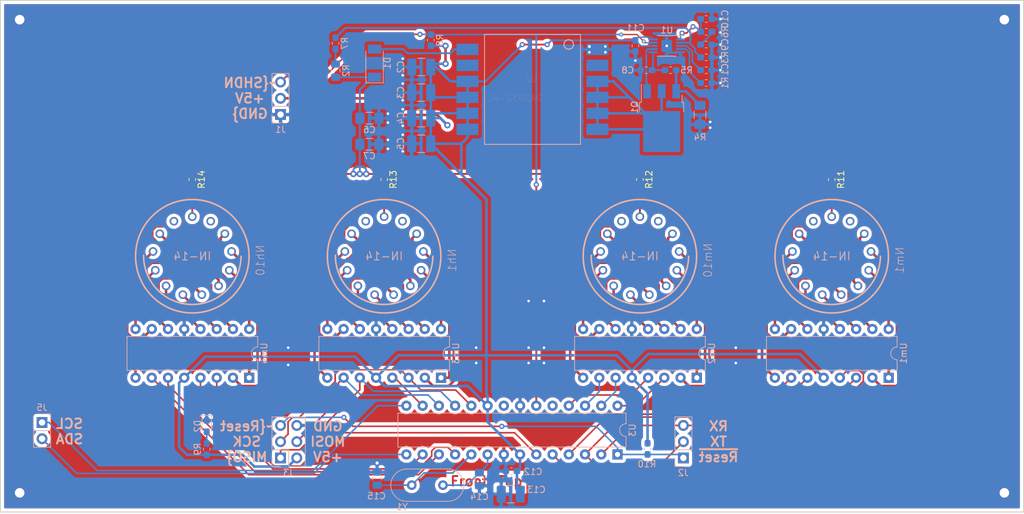
<source format=kicad_pcb>
(kicad_pcb (version 20171130) (host pcbnew "(5.0.2)-1")
  (layers (0 F.Cu signal) (31 B.Cu signal) (34 B.Paste user) (35 F.Paste user) (36 B.SilkS user) (37 F.SilkS user) (38 B.Mask user) (39 F.Mask user) (44 Edge.Cuts user))
  (net 0 "")
  (net 1 GND)
  (net 2 "Net-(C1-Pad1)")
  (net 3 +5V)
  (net 4 170V)
  (net 5 "Net-(C8-Pad1)")
  (net 6 "Net-(C9-Pad1)")
  (net 7 "Net-(C10-Pad1)")
  (net 8 /XTAL1)
  (net 9 /XTAL2)
  (net 10 "Net-(D1-Pad2)")
  (net 11 "Net-(D2-Pad2)")
  (net 12 ~SHDN)
  (net 13 ~Reset)
  (net 14 /Pin1_TX)
  (net 15 /Pin0_RX)
  (net 16 /MISO)
  (net 17 /SCK)
  (net 18 /MOSI)
  (net 19 /SCL)
  (net 20 /SDA)
  (net 21 "Net-(Nh1-PadRHDP)")
  (net 22 "Net-(Nh1-PadLHDP)")
  (net 23 "Net-(Nh1-PadA)")
  (net 24 "Net-(Nh1-Pad9)")
  (net 25 "Net-(Nh1-Pad8)")
  (net 26 "Net-(Nh1-Pad7)")
  (net 27 "Net-(Nh1-Pad6)")
  (net 28 "Net-(Nh1-Pad5)")
  (net 29 "Net-(Nh1-Pad4)")
  (net 30 "Net-(Nh1-Pad3)")
  (net 31 "Net-(Nh1-Pad2)")
  (net 32 "Net-(Nh1-Pad1)")
  (net 33 "Net-(Nh1-Pad0)")
  (net 34 "Net-(Nh10-Pad0)")
  (net 35 "Net-(Nh10-Pad1)")
  (net 36 "Net-(Nh10-Pad2)")
  (net 37 "Net-(Nh10-Pad3)")
  (net 38 "Net-(Nh10-Pad4)")
  (net 39 "Net-(Nh10-Pad5)")
  (net 40 "Net-(Nh10-Pad6)")
  (net 41 "Net-(Nh10-Pad7)")
  (net 42 "Net-(Nh10-Pad8)")
  (net 43 "Net-(Nh10-Pad9)")
  (net 44 "Net-(Nh10-PadA)")
  (net 45 "Net-(Nh10-PadLHDP)")
  (net 46 "Net-(Nh10-PadRHDP)")
  (net 47 "Net-(Nm1-PadRHDP)")
  (net 48 "Net-(Nm1-PadLHDP)")
  (net 49 "Net-(Nm1-PadA)")
  (net 50 "Net-(Nm1-Pad9)")
  (net 51 "Net-(Nm1-Pad8)")
  (net 52 "Net-(Nm1-Pad7)")
  (net 53 "Net-(Nm1-Pad6)")
  (net 54 "Net-(Nm1-Pad5)")
  (net 55 "Net-(Nm1-Pad4)")
  (net 56 "Net-(Nm1-Pad3)")
  (net 57 "Net-(Nm1-Pad2)")
  (net 58 "Net-(Nm1-Pad1)")
  (net 59 "Net-(Nm1-Pad0)")
  (net 60 "Net-(Nm10-Pad0)")
  (net 61 "Net-(Nm10-Pad1)")
  (net 62 "Net-(Nm10-Pad2)")
  (net 63 "Net-(Nm10-Pad3)")
  (net 64 "Net-(Nm10-Pad4)")
  (net 65 "Net-(Nm10-Pad5)")
  (net 66 "Net-(Nm10-Pad6)")
  (net 67 "Net-(Nm10-Pad7)")
  (net 68 "Net-(Nm10-Pad8)")
  (net 69 "Net-(Nm10-Pad9)")
  (net 70 "Net-(Nm10-PadA)")
  (net 71 "Net-(Nm10-PadLHDP)")
  (net 72 "Net-(Nm10-PadRHDP)")
  (net 73 "Net-(Q1-Pad1)")
  (net 74 "Net-(Q1-Pad2)")
  (net 75 "Net-(Q1-Pad3)")
  (net 76 "Net-(R1-Pad1)")
  (net 77 "Net-(R2-Pad2)")
  (net 78 "Net-(R3-Pad1)")
  (net 79 "/Nixie Tube un Treiber/h14")
  (net 80 "/Nixie Tube un Treiber/m13")
  (net 81 "/Nixie Tube un Treiber/m14")
  (net 82 "Net-(U3-Pad21)")
  (net 83 "Net-(U3-Pad24)")
  (net 84 "/Nixie Tube un Treiber/m04")
  (net 85 "/Nixie Tube un Treiber/m03")
  (net 86 "/Nixie Tube un Treiber/h04")
  (net 87 "/Nixie Tube un Treiber/h11")
  (net 88 "/Nixie Tube un Treiber/h12")
  (net 89 "/Nixie Tube un Treiber/h13")
  (net 90 "/Nixie Tube un Treiber/m12")
  (net 91 "/Nixie Tube un Treiber/m11")
  (module Capacitor_SMD:C_0603_1608Metric_Pad1.05x0.95mm_HandSolder (layer B.Cu) (at 195.375 90.9)
    (fp_text reference C1 (at 2.925 -0.1 90) (layer B.SilkS) (effects (justify mirror)))
    (fp_text value 100nF)
    (pad 2 smd roundrect (at 0.875 0) (size 1.05 0.95) (layers B.Cu B.Paste B.Mask) (net 1 GND))
    (pad 1 smd roundrect (at -0.875 0) (size 1.05 0.95) (layers B.Cu B.Paste B.Mask) (net 2 "Net-(C1-Pad1)"))
  )
  (module Capacitor_SMD:C_1210_3225Metric_Pad1.42x2.65mm_HandSolder (layer B.Cu) (at 150.8 90.4 180)
    (fp_text reference C2 (at 3.2 0 270) (layer B.SilkS) (effects (justify mirror)))
    (fp_text value "47uF 16V")
    (pad 2 smd roundrect (at 1.4875 0 180) (size 1.425 2.65) (layers B.Cu B.Paste B.Mask) (roundrect_rratio 0.175439) (net 1 GND))
    (pad 1 smd roundrect (at -1.4875 0 180) (size 1.425 2.65) (layers B.Cu B.Paste B.Mask) (roundrect_rratio 0.175439) (net 3 +5V))
  )
  (module Capacitor_SMD:C_1210_3225Metric_Pad1.42x2.65mm_HandSolder (layer B.Cu) (at 150.8 94.4 180)
    (fp_text reference C3 (at 3.2 0 270) (layer B.SilkS) (effects (justify mirror)))
    (fp_text value "47uF 16V")
    (pad 1 smd roundrect (at -1.4875 0 180) (size 1.425 2.65) (layers B.Cu B.Paste B.Mask) (roundrect_rratio 0.175439) (net 3 +5V))
    (pad 2 smd roundrect (at 1.4875 0 180) (size 1.425 2.65) (layers B.Cu B.Paste B.Mask) (roundrect_rratio 0.175439) (net 1 GND))
  )
  (module Capacitor_SMD:C_1210_3225Metric_Pad1.42x2.65mm_HandSolder (layer B.Cu) (at 150.8 98.4 180)
    (fp_text reference C4 (at 3.2 0 270) (layer B.SilkS) (effects (justify mirror)))
    (fp_text value "47uF 16V")
    (pad 2 smd roundrect (at 1.4875 0 180) (size 1.425 2.65) (layers B.Cu B.Paste B.Mask) (roundrect_rratio 0.175439) (net 1 GND))
    (pad 1 smd roundrect (at -1.4875 0 180) (size 1.425 2.65) (layers B.Cu B.Paste B.Mask) (roundrect_rratio 0.175439) (net 3 +5V))
  )
  (module Capacitor_SMD:C_1210_3225Metric_Pad1.42x2.65mm_HandSolder (layer B.Cu) (at 150.8 102.4 180)
    (fp_text reference C5 (at 3.2 0 270) (layer B.SilkS) (effects (justify mirror)))
    (fp_text value "47uF 16V")
    (pad 1 smd roundrect (at -1.4875 0 180) (size 1.425 2.65) (layers B.Cu B.Paste B.Mask) (roundrect_rratio 0.175439) (net 3 +5V))
    (pad 2 smd roundrect (at 1.4875 0 180) (size 1.425 2.65) (layers B.Cu B.Paste B.Mask) (roundrect_rratio 0.175439) (net 1 GND))
  )
  (module Capacitor_SMD:C_1206_3216Metric_Pad1.42x1.75mm_HandSolder (layer B.Cu) (at 142.7 98.4)
    (fp_text reference C6 (at 0 1.82) (layer B.SilkS) (effects (justify mirror)))
    (fp_text value "220nF 250V")
    (pad 2 smd roundrect (at 1.4875 0) (size 1.425 1.75) (layers B.Cu B.Paste B.Mask) (roundrect_rratio 0.175439) (net 1 GND))
    (pad 1 smd roundrect (at -1.4875 0) (size 1.425 1.75) (layers B.Cu B.Paste B.Mask) (roundrect_rratio 0.175439) (net 4 170V))
  )
  (module Capacitor_SMD:C_1206_3216Metric_Pad1.42x1.75mm_HandSolder (layer B.Cu) (at 142.686737 102.490825)
    (fp_text reference C7 (at 0 1.82) (layer B.SilkS) (effects (justify mirror)))
    (fp_text value "220nF 250V")
    (pad 1 smd roundrect (at -1.4875 0) (size 1.425 1.75) (layers B.Cu B.Paste B.Mask) (roundrect_rratio 0.175439) (net 4 170V))
    (pad 2 smd roundrect (at 1.4875 0) (size 1.425 1.75) (layers B.Cu B.Paste B.Mask) (roundrect_rratio 0.175439) (net 1 GND))
  )
  (module Capacitor_SMD:C_0603_1608Metric_Pad1.05x0.95mm_HandSolder (layer B.Cu) (at 186 90.9 180)
    (fp_text reference C8 (at 2.9 0 180) (layer B.SilkS) (effects (justify mirror)))
    (fp_text value 10nF)
    (pad 1 smd roundrect (at -0.875 0 180) (size 1.05 0.95) (layers B.Cu B.Paste B.Mask) (net 5 "Net-(C8-Pad1)"))
    (pad 2 smd roundrect (at 0.875 0 180) (size 1.05 0.95) (layers B.Cu B.Paste B.Mask) (net 1 GND))
  )
  (module Capacitor_SMD:C_0603_1608Metric_Pad1.05x0.95mm_HandSolder (layer B.Cu) (at 195.375 86.9)
    (fp_text reference C9 (at 2.925 0 90) (layer B.SilkS) (effects (justify mirror)))
    (fp_text value 22nF)
    (pad 1 smd roundrect (at -0.875 0) (size 1.05 0.95) (layers B.Cu B.Paste B.Mask) (net 6 "Net-(C9-Pad1)"))
    (pad 2 smd roundrect (at 0.875 0) (size 1.05 0.95) (layers B.Cu B.Paste B.Mask) (net 1 GND))
  )
  (module Capacitor_SMD:C_0603_1608Metric_Pad1.05x0.95mm_HandSolder (layer B.Cu) (at 195.375 82.9)
    (fp_text reference C10 (at 2.925 0 90) (layer B.SilkS) (effects (justify mirror)))
    (fp_text value 100pF)
    (pad 2 smd roundrect (at 0.875 0) (size 1.05 0.95) (layers B.Cu B.Paste B.Mask) (net 1 GND))
    (pad 1 smd roundrect (at -0.875 0) (size 1.05 0.95) (layers B.Cu B.Paste B.Mask) (net 7 "Net-(C10-Pad1)"))
  )
  (module Capacitor_SMD:C_0603_1608Metric_Pad1.05x0.95mm_HandSolder (layer B.Cu) (at 184.3 87.1 270)
    (fp_text reference C11 (at -2.8 0) (layer B.SilkS) (effects (justify mirror)))
    (fp_text value "10uF 16V")
    (pad 2 smd roundrect (at 0.875 0 270) (size 1.05 0.95) (layers B.Cu B.Paste B.Mask) (net 1 GND))
    (pad 1 smd roundrect (at -0.875 0 270) (size 1.05 0.95) (layers B.Cu B.Paste B.Mask) (net 3 +5V))
  )
  (module Capacitor_SMD:C_0603_1608Metric_Pad1.05x0.95mm_HandSolder (layer B.Cu) (at 164.9 153.6 180)
    (fp_text reference C12 (at -3.4 -0.1 180) (layer B.SilkS) (effects (justify mirror)))
    (fp_text value 100n)
    (pad 1 smd roundrect (at -0.875 0 180) (size 1.05 0.95) (layers B.Cu B.Paste B.Mask) (net 3 +5V))
    (pad 2 smd roundrect (at 0.875 0 180) (size 1.05 0.95) (layers B.Cu B.Paste B.Mask) (net 1 GND))
  )
  (module Capacitor_SMD:C_1210_3225Metric_Pad1.42x2.65mm_HandSolder (layer B.Cu) (at 164.8 157.2 180)
    (fp_text reference C13 (at -4 0.7 180) (layer B.SilkS) (effects (justify mirror)))
    (fp_text value 47u)
    (pad 1 smd roundrect (at -1.4875 0 180) (size 1.425 2.65) (layers B.Cu B.Paste B.Mask) (roundrect_rratio 0.175439) (net 3 +5V))
    (pad 2 smd roundrect (at 1.4875 0 180) (size 1.425 2.65) (layers B.Cu B.Paste B.Mask) (roundrect_rratio 0.175439) (net 1 GND))
  )
  (module Capacitor_SMD:C_0805_2012Metric_Pad1.15x1.40mm_HandSolder (layer B.Cu) (at 159.9 154.875 90)
    (fp_text reference C14 (at -2.725 0 -180) (layer B.SilkS) (effects (justify mirror)))
    (fp_text value 22pF)
    (pad 2 smd roundrect (at 1.025 0 90) (size 1.15 1.4) (layers B.Cu B.Paste B.Mask) (roundrect_rratio 0.217391) (net 8 /XTAL1))
    (pad 1 smd roundrect (at -1.025 0 90) (size 1.15 1.4) (layers B.Cu B.Paste B.Mask) (roundrect_rratio 0.217391) (net 1 GND))
  )
  (module Capacitor_SMD:C_0805_2012Metric_Pad1.15x1.40mm_HandSolder (layer B.Cu) (at 143.9 154.775 270)
    (fp_text reference C15 (at 2.725 0.1) (layer B.SilkS) (effects (justify mirror)))
    (fp_text value 22pF)
    (pad 1 smd roundrect (at -1.025 0 270) (size 1.15 1.4) (layers B.Cu B.Paste B.Mask) (roundrect_rratio 0.217391) (net 1 GND))
    (pad 2 smd roundrect (at 1.025 0 270) (size 1.15 1.4) (layers B.Cu B.Paste B.Mask) (roundrect_rratio 0.217391) (net 9 /XTAL2))
  )
  (module Diode_SMD:D_SOD-128 (layer B.Cu) (at 143.5 89.8 90)
    (fp_text reference D1 (at 0 2 90) (layer B.SilkS) (effects (justify mirror)))
    (fp_text value "600V 1A")
    (pad 1 smd rect (at -2.2 0 90) (size 1.4 2.1) (layers B.Cu B.Paste B.Mask) (net 4 170V))
    (pad 2 smd rect (at 2.2 0 90) (size 1.4 2.1) (layers B.Cu B.Paste B.Mask) (net 10 "Net-(D1-Pad2)"))
  )
  (module Diode_SMD:D_0603_1608Metric_Pad1.05x0.95mm_HandSolder (layer B.Cu) (at 117.253856 146.570153 270)
    (fp_text reference D2 (at 0 1.43 270) (layer B.SilkS) (effects (justify mirror)))
    (fp_text value LED)
    (pad 1 smd roundrect (at -0.875 0 270) (size 1.05 0.95) (layers B.Cu B.Paste B.Mask) (net 1 GND))
    (pad 2 smd roundrect (at 0.875 0 270) (size 1.05 0.95) (layers B.Cu B.Paste B.Mask) (net 11 "Net-(D2-Pad2)"))
  )
  (module Connector_PinHeader_2.54mm:PinHeader_1x03_P2.54mm_Vertical (layer B.Cu) (at 128.8 97.84)
    (fp_text reference J1 (at 0 2.33) (layer B.SilkS) (effects (justify mirror)))
    (fp_text value External_Power_Pins)
    (pad 3 thru_hole oval (at 0 -5.08) (size 1.7 1.7) (drill 1) (layers *.Cu *.Mask) (net 12 ~SHDN))
    (pad 2 thru_hole oval (at 0 -2.54) (size 1.7 1.7) (drill 1) (layers *.Cu *.Mask) (net 3 +5V))
    (pad 1 thru_hole rect (at 0 0) (size 1.7 1.7) (drill 1) (layers *.Cu *.Mask) (net 1 GND))
  )
  (module Connector_PinHeader_2.54mm:PinHeader_1x03_P2.54mm_Vertical (layer B.Cu) (at 191.8 151.54)
    (fp_text reference J2 (at 0 2.33) (layer B.SilkS) (effects (justify mirror)))
    (fp_text value Serial-programmer)
    (pad 1 thru_hole rect (at 0 0) (size 1.7 1.7) (drill 1) (layers *.Cu *.Mask) (net 13 ~Reset))
    (pad 2 thru_hole oval (at 0 -2.54) (size 1.7 1.7) (drill 1) (layers *.Cu *.Mask) (net 14 /Pin1_TX))
    (pad 3 thru_hole oval (at 0 -5.08) (size 1.7 1.7) (drill 1) (layers *.Cu *.Mask) (net 15 /Pin0_RX))
  )
  (module Connector_PinHeader_2.54mm:PinHeader_2x03_P2.54mm_Vertical (layer B.Cu) (at 128.8 151.54)
    (fp_text reference J3 (at 1.27 2.33) (layer B.SilkS) (effects (justify mirror)))
    (fp_text value AVR-ISP-6)
    (pad 1 thru_hole rect (at 0 0) (size 1.7 1.7) (drill 1) (layers *.Cu *.Mask) (net 16 /MISO))
    (pad 2 thru_hole oval (at 2.54 0) (size 1.7 1.7) (drill 1) (layers *.Cu *.Mask) (net 3 +5V))
    (pad 3 thru_hole oval (at 0 -2.54) (size 1.7 1.7) (drill 1) (layers *.Cu *.Mask) (net 17 /SCK))
    (pad 4 thru_hole oval (at 2.54 -2.54) (size 1.7 1.7) (drill 1) (layers *.Cu *.Mask) (net 18 /MOSI))
    (pad 5 thru_hole oval (at 0 -5.08) (size 1.7 1.7) (drill 1) (layers *.Cu *.Mask) (net 13 ~Reset))
    (pad 6 thru_hole oval (at 2.54 -5.08) (size 1.7 1.7) (drill 1) (layers *.Cu *.Mask) (net 1 GND))
  )
  (module Connector_PinHeader_2.54mm:PinHeader_1x02_P2.54mm_Vertical (layer B.Cu) (at 91.5 146 180)
    (fp_text reference J5 (at 0 2.33 180) (layer B.SilkS) (effects (justify mirror)))
    (fp_text value RTC_Pins)
    (pad 1 thru_hole rect (at 0 0 180) (size 1.7 1.7) (drill 1) (layers *.Cu *.Mask) (net 19 /SCL))
    (pad 2 thru_hole oval (at 0 -2.54 180) (size 1.7 1.7) (drill 1) (layers *.Cu *.Mask) (net 20 /SDA))
  )
  (module nixies-us:nixies-us-IN-14 (layer B.Cu) (at 145 120)
    (fp_text reference Nh1 (at 10.63498 0.635 -90) (layer B.SilkS) (effects (font (size 1.27 1.27) (thickness 0.1016)) (justify mirror)))
    (fp_text value IN-14 (at 0 0) (layer B.SilkS) (effects (font (size 1.27 1.27)) (justify mirror)))
    (pad RHDP thru_hole circle (at -2.87528 -5.47878) (size 1.3462 1.3462) (drill 0.8382) (layers *.Cu *.Mask) (net 21 "Net-(Nh1-PadRHDP)"))
    (pad LHDP thru_hole circle (at 2.87528 -5.47878) (size 1.3462 1.3462) (drill 0.8382) (layers *.Cu *.Mask) (net 22 "Net-(Nh1-PadLHDP)"))
    (pad A thru_hole circle (at 0 -6.18744) (size 1.3462 1.3462) (drill 0.8382) (layers *.Cu *.Mask) (net 23 "Net-(Nh1-PadA)"))
    (pad 9 thru_hole circle (at 6.14426 -0.74422) (size 1.3462 1.3462) (drill 0.8382) (layers *.Cu *.Mask) (net 24 "Net-(Nh1-Pad9)"))
    (pad 8 thru_hole circle (at 5.78612 2.19456) (size 1.3462 1.3462) (drill 0.8382) (layers *.Cu *.Mask) (net 25 "Net-(Nh1-Pad8)"))
    (pad 7 thru_hole circle (at 4.10464 4.63296) (size 1.3462 1.3462) (drill 0.8382) (layers *.Cu *.Mask) (net 26 "Net-(Nh1-Pad7)"))
    (pad 6 thru_hole circle (at 1.48082 6.00964) (size 1.3462 1.3462) (drill 0.8382) (layers *.Cu *.Mask) (net 27 "Net-(Nh1-Pad6)"))
    (pad 5 thru_hole circle (at -1.48082 6.00964) (size 1.3462 1.3462) (drill 0.8382) (layers *.Cu *.Mask) (net 28 "Net-(Nh1-Pad5)"))
    (pad 4 thru_hole circle (at -4.10464 4.63296) (size 1.3462 1.3462) (drill 0.8382) (layers *.Cu *.Mask) (net 29 "Net-(Nh1-Pad4)"))
    (pad 3 thru_hole circle (at -5.78612 2.19456) (size 1.3462 1.3462) (drill 0.8382) (layers *.Cu *.Mask) (net 30 "Net-(Nh1-Pad3)"))
    (pad 2 thru_hole circle (at -6.14426 -0.74422) (size 1.3462 1.3462) (drill 0.8382) (layers *.Cu *.Mask) (net 31 "Net-(Nh1-Pad2)"))
    (pad 1 thru_hole circle (at -5.0927 -3.51536) (size 1.3462 1.3462) (drill 0.8382) (layers *.Cu *.Mask) (net 32 "Net-(Nh1-Pad1)"))
    (pad 0 thru_hole circle (at 5.0927 -3.51536) (size 1.3462 1.3462) (drill 0.8382) (layers *.Cu *.Mask) (net 33 "Net-(Nh1-Pad0)"))
  )
  (module nixies-us:nixies-us-IN-14 (layer B.Cu) (at 115 120)
    (fp_text reference Nh10 (at 10.63498 0.635 -90) (layer B.SilkS) (effects (font (size 1.27 1.27) (thickness 0.1016)) (justify mirror)))
    (fp_text value IN-14 (at 0 0) (layer B.SilkS) (effects (font (size 1.27 1.27)) (justify mirror)))
    (pad 0 thru_hole circle (at 5.0927 -3.51536) (size 1.3462 1.3462) (drill 0.8382) (layers *.Cu *.Mask) (net 34 "Net-(Nh10-Pad0)"))
    (pad 1 thru_hole circle (at -5.0927 -3.51536) (size 1.3462 1.3462) (drill 0.8382) (layers *.Cu *.Mask) (net 35 "Net-(Nh10-Pad1)"))
    (pad 2 thru_hole circle (at -6.14426 -0.74422) (size 1.3462 1.3462) (drill 0.8382) (layers *.Cu *.Mask) (net 36 "Net-(Nh10-Pad2)"))
    (pad 3 thru_hole circle (at -5.78612 2.19456) (size 1.3462 1.3462) (drill 0.8382) (layers *.Cu *.Mask) (net 37 "Net-(Nh10-Pad3)"))
    (pad 4 thru_hole circle (at -4.10464 4.63296) (size 1.3462 1.3462) (drill 0.8382) (layers *.Cu *.Mask) (net 38 "Net-(Nh10-Pad4)"))
    (pad 5 thru_hole circle (at -1.48082 6.00964) (size 1.3462 1.3462) (drill 0.8382) (layers *.Cu *.Mask) (net 39 "Net-(Nh10-Pad5)"))
    (pad 6 thru_hole circle (at 1.48082 6.00964) (size 1.3462 1.3462) (drill 0.8382) (layers *.Cu *.Mask) (net 40 "Net-(Nh10-Pad6)"))
    (pad 7 thru_hole circle (at 4.10464 4.63296) (size 1.3462 1.3462) (drill 0.8382) (layers *.Cu *.Mask) (net 41 "Net-(Nh10-Pad7)"))
    (pad 8 thru_hole circle (at 5.78612 2.19456) (size 1.3462 1.3462) (drill 0.8382) (layers *.Cu *.Mask) (net 42 "Net-(Nh10-Pad8)"))
    (pad 9 thru_hole circle (at 6.14426 -0.74422) (size 1.3462 1.3462) (drill 0.8382) (layers *.Cu *.Mask) (net 43 "Net-(Nh10-Pad9)"))
    (pad A thru_hole circle (at 0 -6.18744) (size 1.3462 1.3462) (drill 0.8382) (layers *.Cu *.Mask) (net 44 "Net-(Nh10-PadA)"))
    (pad LHDP thru_hole circle (at 2.87528 -5.47878) (size 1.3462 1.3462) (drill 0.8382) (layers *.Cu *.Mask) (net 45 "Net-(Nh10-PadLHDP)"))
    (pad RHDP thru_hole circle (at -2.87528 -5.47878) (size 1.3462 1.3462) (drill 0.8382) (layers *.Cu *.Mask) (net 46 "Net-(Nh10-PadRHDP)"))
  )
  (module nixies-us:nixies-us-IN-14 (layer B.Cu) (at 215 120)
    (fp_text reference Nm1 (at 10.63498 0.635 -90) (layer B.SilkS) (effects (font (size 1.27 1.27) (thickness 0.1016)) (justify mirror)))
    (fp_text value IN-14 (at 0 0) (layer B.SilkS) (effects (font (size 1.27 1.27)) (justify mirror)))
    (pad RHDP thru_hole circle (at -2.87528 -5.47878) (size 1.3462 1.3462) (drill 0.8382) (layers *.Cu *.Mask) (net 47 "Net-(Nm1-PadRHDP)"))
    (pad LHDP thru_hole circle (at 2.87528 -5.47878) (size 1.3462 1.3462) (drill 0.8382) (layers *.Cu *.Mask) (net 48 "Net-(Nm1-PadLHDP)"))
    (pad A thru_hole circle (at 0 -6.18744) (size 1.3462 1.3462) (drill 0.8382) (layers *.Cu *.Mask) (net 49 "Net-(Nm1-PadA)"))
    (pad 9 thru_hole circle (at 6.14426 -0.74422) (size 1.3462 1.3462) (drill 0.8382) (layers *.Cu *.Mask) (net 50 "Net-(Nm1-Pad9)"))
    (pad 8 thru_hole circle (at 5.78612 2.19456) (size 1.3462 1.3462) (drill 0.8382) (layers *.Cu *.Mask) (net 51 "Net-(Nm1-Pad8)"))
    (pad 7 thru_hole circle (at 4.10464 4.63296) (size 1.3462 1.3462) (drill 0.8382) (layers *.Cu *.Mask) (net 52 "Net-(Nm1-Pad7)"))
    (pad 6 thru_hole circle (at 1.48082 6.00964) (size 1.3462 1.3462) (drill 0.8382) (layers *.Cu *.Mask) (net 53 "Net-(Nm1-Pad6)"))
    (pad 5 thru_hole circle (at -1.48082 6.00964) (size 1.3462 1.3462) (drill 0.8382) (layers *.Cu *.Mask) (net 54 "Net-(Nm1-Pad5)"))
    (pad 4 thru_hole circle (at -4.10464 4.63296) (size 1.3462 1.3462) (drill 0.8382) (layers *.Cu *.Mask) (net 55 "Net-(Nm1-Pad4)"))
    (pad 3 thru_hole circle (at -5.78612 2.19456) (size 1.3462 1.3462) (drill 0.8382) (layers *.Cu *.Mask) (net 56 "Net-(Nm1-Pad3)"))
    (pad 2 thru_hole circle (at -6.14426 -0.74422) (size 1.3462 1.3462) (drill 0.8382) (layers *.Cu *.Mask) (net 57 "Net-(Nm1-Pad2)"))
    (pad 1 thru_hole circle (at -5.0927 -3.51536) (size 1.3462 1.3462) (drill 0.8382) (layers *.Cu *.Mask) (net 58 "Net-(Nm1-Pad1)"))
    (pad 0 thru_hole circle (at 5.0927 -3.51536) (size 1.3462 1.3462) (drill 0.8382) (layers *.Cu *.Mask) (net 59 "Net-(Nm1-Pad0)"))
  )
  (module nixies-us:nixies-us-IN-14 (layer B.Cu) (at 185 120)
    (fp_text reference Nm10 (at 10.63498 0.635 -90) (layer B.SilkS) (effects (font (size 1.27 1.27) (thickness 0.1016)) (justify mirror)))
    (fp_text value IN-14 (at 0 0) (layer B.SilkS) (effects (font (size 1.27 1.27)) (justify mirror)))
    (pad 0 thru_hole circle (at 5.0927 -3.51536) (size 1.3462 1.3462) (drill 0.8382) (layers *.Cu *.Mask) (net 60 "Net-(Nm10-Pad0)"))
    (pad 1 thru_hole circle (at -5.0927 -3.51536) (size 1.3462 1.3462) (drill 0.8382) (layers *.Cu *.Mask) (net 61 "Net-(Nm10-Pad1)"))
    (pad 2 thru_hole circle (at -6.14426 -0.74422) (size 1.3462 1.3462) (drill 0.8382) (layers *.Cu *.Mask) (net 62 "Net-(Nm10-Pad2)"))
    (pad 3 thru_hole circle (at -5.78612 2.19456) (size 1.3462 1.3462) (drill 0.8382) (layers *.Cu *.Mask) (net 63 "Net-(Nm10-Pad3)"))
    (pad 4 thru_hole circle (at -4.10464 4.63296) (size 1.3462 1.3462) (drill 0.8382) (layers *.Cu *.Mask) (net 64 "Net-(Nm10-Pad4)"))
    (pad 5 thru_hole circle (at -1.48082 6.00964) (size 1.3462 1.3462) (drill 0.8382) (layers *.Cu *.Mask) (net 65 "Net-(Nm10-Pad5)"))
    (pad 6 thru_hole circle (at 1.48082 6.00964) (size 1.3462 1.3462) (drill 0.8382) (layers *.Cu *.Mask) (net 66 "Net-(Nm10-Pad6)"))
    (pad 7 thru_hole circle (at 4.10464 4.63296) (size 1.3462 1.3462) (drill 0.8382) (layers *.Cu *.Mask) (net 67 "Net-(Nm10-Pad7)"))
    (pad 8 thru_hole circle (at 5.78612 2.19456) (size 1.3462 1.3462) (drill 0.8382) (layers *.Cu *.Mask) (net 68 "Net-(Nm10-Pad8)"))
    (pad 9 thru_hole circle (at 6.14426 -0.74422) (size 1.3462 1.3462) (drill 0.8382) (layers *.Cu *.Mask) (net 69 "Net-(Nm10-Pad9)"))
    (pad A thru_hole circle (at 0 -6.18744) (size 1.3462 1.3462) (drill 0.8382) (layers *.Cu *.Mask) (net 70 "Net-(Nm10-PadA)"))
    (pad LHDP thru_hole circle (at 2.87528 -5.47878) (size 1.3462 1.3462) (drill 0.8382) (layers *.Cu *.Mask) (net 71 "Net-(Nm10-PadLHDP)"))
    (pad RHDP thru_hole circle (at -2.87528 -5.47878) (size 1.3462 1.3462) (drill 0.8382) (layers *.Cu *.Mask) (net 72 "Net-(Nm10-PadRHDP)"))
  )
  (module Package_TO_SOT_SMD:TO-252-3_TabPin2 (layer B.Cu) (at 188.4 98.4 270)
    (fp_text reference Q1 (at -1.7 4.2 270) (layer B.SilkS) (effects (justify mirror)))
    (fp_text value IRLR3110ZTRPBF)
    (pad 1 smd rect (at -4.2 2.28 270) (size 2.2 1.2) (layers B.Cu B.Paste B.Mask) (net 73 "Net-(Q1-Pad1)"))
    (pad 2 smd rect (at -4.2 0 270) (size 2.2 1.2) (layers B.Cu B.Paste B.Mask) (net 74 "Net-(Q1-Pad2)"))
    (pad 3 smd rect (at -4.2 -2.28 270) (size 2.2 1.2) (layers B.Cu B.Paste B.Mask) (net 75 "Net-(Q1-Pad3)"))
    (pad 2 smd rect (at 2.1 0 270) (size 6.4 5.8) (layers B.Cu B.Mask) (net 74 "Net-(Q1-Pad2)"))
  )
  (module Resistor_SMD:R_0603_1608Metric_Pad1.05x0.95mm_HandSolder (layer B.Cu) (at 195.375 92.9)
    (fp_text reference R1 (at 2.925 0 90) (layer B.SilkS) (effects (justify mirror)))
    (fp_text value 140k)
    (pad 2 smd roundrect (at 0.875 0) (size 1.05 0.95) (layers B.Cu B.Paste B.Mask) (net 1 GND))
    (pad 1 smd roundrect (at -0.875 0) (size 1.05 0.95) (layers B.Cu B.Paste B.Mask) (net 76 "Net-(R1-Pad1)"))
  )
  (module Resistor_SMD:R_0805_2012Metric_Pad1.15x1.40mm_HandSolder (layer B.Cu) (at 137.4 90.975 90)
    (fp_text reference R2 (at 0 1.65 90) (layer B.SilkS) (effects (justify mirror)))
    (fp_text value "1M 200V")
    (pad 1 smd roundrect (at -1.025 0 90) (size 1.15 1.4) (layers B.Cu B.Paste B.Mask) (roundrect_rratio 0.217391) (net 4 170V))
    (pad 2 smd roundrect (at 1.025 0 90) (size 1.15 1.4) (layers B.Cu B.Paste B.Mask) (roundrect_rratio 0.217391) (net 77 "Net-(R2-Pad2)"))
  )
  (module Resistor_SMD:R_0603_1608Metric_Pad1.05x0.95mm_HandSolder (layer B.Cu) (at 195.375 88.9)
    (fp_text reference R3 (at 2.925 0 90) (layer B.SilkS) (effects (justify mirror)))
    (fp_text value 10k)
    (pad 2 smd roundrect (at 0.875 0) (size 1.05 0.95) (layers B.Cu B.Paste B.Mask) (net 1 GND))
    (pad 1 smd roundrect (at -0.875 0) (size 1.05 0.95) (layers B.Cu B.Paste B.Mask) (net 78 "Net-(R3-Pad1)"))
  )
  (module Resistor_SMD:R_1206_3216Metric_Pad1.42x1.75mm_HandSolder (layer B.Cu) (at 194.4 97.8875 270)
    (fp_text reference R4 (at 3.5 0) (layer B.SilkS) (effects (justify mirror)))
    (fp_text value "0,02 1W")
    (pad 1 smd roundrect (at -1.4875 0 270) (size 1.425 1.75) (layers B.Cu B.Paste B.Mask) (roundrect_rratio 0.175439) (net 75 "Net-(Q1-Pad3)"))
    (pad 2 smd roundrect (at 1.4875 0 270) (size 1.425 1.75) (layers B.Cu B.Paste B.Mask) (roundrect_rratio 0.175439) (net 1 GND))
  )
  (module Resistor_SMD:R_0603_1608Metric_Pad1.05x0.95mm_HandSolder (layer B.Cu) (at 189.8 90.9 180)
    (fp_text reference R5 (at -2.5 0) (layer B.SilkS) (effects (justify mirror)))
    (fp_text value 22)
    (pad 1 smd roundrect (at -0.875 0 180) (size 1.05 0.95) (layers B.Cu B.Paste B.Mask) (net 75 "Net-(Q1-Pad3)"))
    (pad 2 smd roundrect (at 0.875 0 180) (size 1.05 0.95) (layers B.Cu B.Paste B.Mask) (net 5 "Net-(C8-Pad1)"))
  )
  (module Resistor_SMD:R_0603_1608Metric_Pad1.05x0.95mm_HandSolder (layer B.Cu) (at 195.375 84.9)
    (fp_text reference R6 (at 2.925 0 90) (layer B.SilkS) (effects (justify mirror)))
    (fp_text value 10k)
    (pad 1 smd roundrect (at -0.875 0) (size 1.05 0.95) (layers B.Cu B.Paste B.Mask) (net 7 "Net-(C10-Pad1)"))
    (pad 2 smd roundrect (at 0.875 0) (size 1.05 0.95) (layers B.Cu B.Paste B.Mask) (net 6 "Net-(C9-Pad1)"))
  )
  (module Resistor_SMD:R_0603_1608Metric_Pad1.05x0.95mm_HandSolder (layer B.Cu) (at 137.4 86.7 90)
    (fp_text reference R7 (at 0 1.43 90) (layer B.SilkS) (effects (justify mirror)))
    (fp_text value 63,4)
    (pad 1 smd roundrect (at -0.875 0 90) (size 1.05 0.95) (layers B.Cu B.Paste B.Mask) (net 77 "Net-(R2-Pad2)"))
    (pad 2 smd roundrect (at 0.875 0 90) (size 1.05 0.95) (layers B.Cu B.Paste B.Mask) (net 78 "Net-(R3-Pad1)"))
  )
  (module Resistor_SMD:R_0603_1608Metric_Pad1.05x0.95mm_HandSolder (layer B.Cu) (at 152.3 86.2 90)
    (fp_text reference R8 (at 0 1.43 90) (layer B.SilkS) (effects (justify mirror)))
    (fp_text value 140k)
    (pad 2 smd roundrect (at 0.875 0 90) (size 1.05 0.95) (layers B.Cu B.Paste B.Mask) (net 12 ~SHDN))
    (pad 1 smd roundrect (at -0.875 0 90) (size 1.05 0.95) (layers B.Cu B.Paste B.Mask) (net 3 +5V))
  )
  (module Resistor_SMD:R_0603_1608Metric_Pad1.05x0.95mm_HandSolder (layer B.Cu) (at 117.253856 150.170153 270)
    (fp_text reference R9 (at 0 1.43 270) (layer B.SilkS) (effects (justify mirror)))
    (fp_text value 330)
    (pad 1 smd roundrect (at -0.875 0 270) (size 1.05 0.95) (layers B.Cu B.Paste B.Mask) (net 11 "Net-(D2-Pad2)"))
    (pad 2 smd roundrect (at 0.875 0 270) (size 1.05 0.95) (layers B.Cu B.Paste B.Mask) (net 3 +5V))
  )
  (module Resistor_SMD:R_0603_1608Metric_Pad1.05x0.95mm_HandSolder (layer B.Cu) (at 186.2 150.125 270)
    (fp_text reference R10 (at 2.375 0.1) (layer B.SilkS) (effects (justify mirror)))
    (fp_text value 10k)
    (pad 2 smd roundrect (at 0.875 0 270) (size 1.05 0.95) (layers B.Cu B.Paste B.Mask) (net 13 ~Reset))
    (pad 1 smd roundrect (at -0.875 0 270) (size 1.05 0.95) (layers B.Cu B.Paste B.Mask) (net 3 +5V))
  )
  (module Resistor_SMD:R_0603_1608Metric_Pad1.05x0.95mm_HandSolder (layer F.Cu) (at 215 108 270)
    (fp_text reference R11 (at 0 -1.43 270) (layer F.SilkS))
    (fp_text value 10k)
    (pad 1 smd roundrect (at -0.875 0 270) (size 1.05 0.95) (layers F.Cu F.Paste F.Mask) (net 4 170V))
    (pad 2 smd roundrect (at 0.875 0 270) (size 1.05 0.95) (layers F.Cu F.Paste F.Mask) (net 49 "Net-(Nm1-PadA)"))
  )
  (module Resistor_SMD:R_0603_1608Metric_Pad1.05x0.95mm_HandSolder (layer F.Cu) (at 185 108 270)
    (fp_text reference R12 (at 0 -1.43 270) (layer F.SilkS))
    (fp_text value 10k)
    (pad 2 smd roundrect (at 0.875 0 270) (size 1.05 0.95) (layers F.Cu F.Paste F.Mask) (net 70 "Net-(Nm10-PadA)"))
    (pad 1 smd roundrect (at -0.875 0 270) (size 1.05 0.95) (layers F.Cu F.Paste F.Mask) (net 4 170V))
  )
  (module Resistor_SMD:R_0603_1608Metric_Pad1.05x0.95mm_HandSolder (layer F.Cu) (at 145 108 270)
    (fp_text reference R13 (at 0 -1.43 270) (layer F.SilkS))
    (fp_text value 10k)
    (pad 2 smd roundrect (at 0.875 0 270) (size 1.05 0.95) (layers F.Cu F.Paste F.Mask) (net 23 "Net-(Nh1-PadA)"))
    (pad 1 smd roundrect (at -0.875 0 270) (size 1.05 0.95) (layers F.Cu F.Paste F.Mask) (net 4 170V))
  )
  (module Resistor_SMD:R_0603_1608Metric_Pad1.05x0.95mm_HandSolder (layer F.Cu) (at 115 108 270)
    (fp_text reference R14 (at 0 -1.43 270) (layer F.SilkS))
    (fp_text value 10k)
    (pad 1 smd roundrect (at -0.875 0 270) (size 1.05 0.95) (layers F.Cu F.Paste F.Mask) (net 4 170V))
    (pad 2 smd roundrect (at 0.875 0 270) (size 1.05 0.95) (layers F.Cu F.Paste F.Mask) (net 44 "Net-(Nh10-PadA)"))
  )
  (module Package_SO:MSOP-10-1EP_3x3mm_P0.5mm_EP1.68x1.88mm (layer B.Cu) (at 189.2 87.1 180)
    (fp_text reference U1 (at 0 2.45) (layer B.SilkS) (effects (justify mirror)))
    (fp_text value LT3757EMSE)
    (pad 10 smd roundrect (at 2.15 1 180) (size 1.45 0.3) (layers B.Cu B.Paste B.Mask) (net 3 +5V))
    (pad 9 smd roundrect (at 2.15 0.5 180) (size 1.45 0.3) (layers B.Cu B.Paste B.Mask) (net 12 ~SHDN))
    (pad 8 smd roundrect (at 2.15 0 180) (size 1.45 0.3) (layers B.Cu B.Paste B.Mask) (net 3 +5V))
    (pad 7 smd roundrect (at 2.15 -0.5 180) (size 1.45 0.3) (layers B.Cu B.Paste B.Mask) (net 73 "Net-(Q1-Pad1)"))
    (pad 6 smd roundrect (at 2.15 -1 180) (size 1.45 0.3) (layers B.Cu B.Paste B.Mask) (net 5 "Net-(C8-Pad1)"))
    (pad 5 smd roundrect (at -2.15 -1 180) (size 1.45 0.3) (layers B.Cu B.Paste B.Mask) (net 1 GND))
    (pad 4 smd roundrect (at -2.15 -0.5 180) (size 1.45 0.3) (layers B.Cu B.Paste B.Mask) (net 76 "Net-(R1-Pad1)"))
    (pad 3 smd roundrect (at -2.15 0 180) (size 1.45 0.3) (layers B.Cu B.Paste B.Mask) (net 2 "Net-(C1-Pad1)"))
    (pad 2 smd roundrect (at -2.15 0.5 180) (size 1.45 0.3) (layers B.Cu B.Paste B.Mask) (net 78 "Net-(R3-Pad1)"))
    (pad 1 smd roundrect (at -2.15 1 180) (size 1.45 0.3) (layers B.Cu B.Paste B.Mask) (net 7 "Net-(C10-Pad1)"))
    (pad 11 smd roundrect (at 0 0 180) (size 1.68 1.88) (layers B.Cu B.Mask) (roundrect_rratio 0.14881) (net 1 GND))
  )
  (module Transformer_SMD:DA2032-AL (layer B.Cu) (at 168.2 93.9 180)
    (fp_text reference U2 (at 0.17721 1.634902 180) (layer B.SilkS) (effects (font (size 1.001165 1.001165) (thickness 0.015)) (justify mirror)))
    (fp_text value DA2032-AL (at 2.72602 -1.36552 180) (layer B.SilkS) (effects (font (size 1.000378 1.000378) (thickness 0.015)) (justify mirror)))
    (pad P$1 smd rect (at -10.16 6.25 180) (size 3.43 1.79) (layers B.Cu B.Paste B.Mask) (net 1 GND))
    (pad P$2 smd rect (at -10.16 3.75 180) (size 3.43 1.79) (layers B.Cu B.Paste B.Mask))
    (pad P$3 smd rect (at -10.16 1.25 180) (size 3.43 1.79) (layers B.Cu B.Paste B.Mask) (net 74 "Net-(Q1-Pad2)"))
    (pad P$4 smd rect (at -10.16 -1.25 180) (size 3.43 1.79) (layers B.Cu B.Paste B.Mask) (net 74 "Net-(Q1-Pad2)"))
    (pad P$5 smd rect (at -10.16 -3.75 180) (size 3.43 1.79) (layers B.Cu B.Paste B.Mask) (net 74 "Net-(Q1-Pad2)"))
    (pad P$6 smd rect (at -10.16 -6.25 180) (size 3.43 1.79) (layers B.Cu B.Paste B.Mask) (net 74 "Net-(Q1-Pad2)"))
    (pad P$12 smd rect (at 10.16 6.25 180) (size 3.43 1.79) (layers B.Cu B.Paste B.Mask) (net 10 "Net-(D1-Pad2)"))
    (pad P$11 smd rect (at 10.16 3.75 180) (size 3.43 1.79) (layers B.Cu B.Paste B.Mask))
    (pad P$10 smd rect (at 10.16 1.25 180) (size 3.43 1.79) (layers B.Cu B.Paste B.Mask) (net 3 +5V))
    (pad P$9 smd rect (at 10.16 -1.25 180) (size 3.43 1.79) (layers B.Cu B.Paste B.Mask) (net 3 +5V))
    (pad P$8 smd rect (at 10.16 -3.75 180) (size 3.43 1.79) (layers B.Cu B.Paste B.Mask) (net 3 +5V))
    (pad P$7 smd rect (at 10.16 -6.25 180) (size 3.43 1.79) (layers B.Cu B.Paste B.Mask) (net 3 +5V))
  )
  (module Package_DIP:DIP-28_W7.62mm (layer B.Cu) (at 181.5 151 90)
    (fp_text reference U3 (at 3.81 2.33 90) (layer B.SilkS) (effects (justify mirror)))
    (fp_text value ATmega328P-PU)
    (pad 1 thru_hole rect (at 0 0 90) (size 1.6 1.6) (drill 0.8) (layers *.Cu *.Mask) (net 13 ~Reset))
    (pad 15 thru_hole oval (at 7.62 -33.02 90) (size 1.6 1.6) (drill 0.8) (layers *.Cu *.Mask) (net 19 /SCL))
    (pad 2 thru_hole oval (at 0 -2.54 90) (size 1.6 1.6) (drill 0.8) (layers *.Cu *.Mask) (net 15 /Pin0_RX))
    (pad 16 thru_hole oval (at 7.62 -30.48 90) (size 1.6 1.6) (drill 0.8) (layers *.Cu *.Mask) (net 86 "/Nixie Tube un Treiber/h04"))
    (pad 3 thru_hole oval (at 0 -5.08 90) (size 1.6 1.6) (drill 0.8) (layers *.Cu *.Mask) (net 14 /Pin1_TX))
    (pad 17 thru_hole oval (at 7.62 -27.94 90) (size 1.6 1.6) (drill 0.8) (layers *.Cu *.Mask) (net 18 /MOSI))
    (pad 4 thru_hole oval (at 0 -7.62 90) (size 1.6 1.6) (drill 0.8) (layers *.Cu *.Mask) (net 85 "/Nixie Tube un Treiber/m03"))
    (pad 18 thru_hole oval (at 7.62 -25.4 90) (size 1.6 1.6) (drill 0.8) (layers *.Cu *.Mask) (net 16 /MISO))
    (pad 5 thru_hole oval (at 0 -10.16 90) (size 1.6 1.6) (drill 0.8) (layers *.Cu *.Mask) (net 84 "/Nixie Tube un Treiber/m04"))
    (pad 19 thru_hole oval (at 7.62 -22.86 90) (size 1.6 1.6) (drill 0.8) (layers *.Cu *.Mask) (net 17 /SCK))
    (pad 6 thru_hole oval (at 0 -12.7 90) (size 1.6 1.6) (drill 0.8) (layers *.Cu *.Mask) (net 87 "/Nixie Tube un Treiber/h11"))
    (pad 20 thru_hole oval (at 7.62 -20.32 90) (size 1.6 1.6) (drill 0.8) (layers *.Cu *.Mask) (net 3 +5V))
    (pad 7 thru_hole oval (at 0 -15.24 90) (size 1.6 1.6) (drill 0.8) (layers *.Cu *.Mask) (net 3 +5V))
    (pad 21 thru_hole oval (at 7.62 -17.78 90) (size 1.6 1.6) (drill 0.8) (layers *.Cu *.Mask) (net 82 "Net-(U3-Pad21)"))
    (pad 8 thru_hole oval (at 0 -17.78 90) (size 1.6 1.6) (drill 0.8) (layers *.Cu *.Mask) (net 1 GND))
    (pad 22 thru_hole oval (at 7.62 -15.24 90) (size 1.6 1.6) (drill 0.8) (layers *.Cu *.Mask) (net 1 GND))
    (pad 9 thru_hole oval (at 0 -20.32 90) (size 1.6 1.6) (drill 0.8) (layers *.Cu *.Mask) (net 8 /XTAL1))
    (pad 23 thru_hole oval (at 7.62 -12.7 90) (size 1.6 1.6) (drill 0.8) (layers *.Cu *.Mask) (net 12 ~SHDN))
    (pad 10 thru_hole oval (at 0 -22.86 90) (size 1.6 1.6) (drill 0.8) (layers *.Cu *.Mask) (net 9 /XTAL2))
    (pad 24 thru_hole oval (at 7.62 -10.16 90) (size 1.6 1.6) (drill 0.8) (layers *.Cu *.Mask) (net 83 "Net-(U3-Pad24)"))
    (pad 11 thru_hole oval (at 0 -25.4 90) (size 1.6 1.6) (drill 0.8) (layers *.Cu *.Mask) (net 88 "/Nixie Tube un Treiber/h12"))
    (pad 25 thru_hole oval (at 7.62 -7.62 90) (size 1.6 1.6) (drill 0.8) (layers *.Cu *.Mask) (net 81 "/Nixie Tube un Treiber/m14"))
    (pad 12 thru_hole oval (at 0 -27.94 90) (size 1.6 1.6) (drill 0.8) (layers *.Cu *.Mask) (net 89 "/Nixie Tube un Treiber/h13"))
    (pad 26 thru_hole oval (at 7.62 -5.08 90) (size 1.6 1.6) (drill 0.8) (layers *.Cu *.Mask) (net 80 "/Nixie Tube un Treiber/m13"))
    (pad 13 thru_hole oval (at 0 -30.48 90) (size 1.6 1.6) (drill 0.8) (layers *.Cu *.Mask) (net 79 "/Nixie Tube un Treiber/h14"))
    (pad 27 thru_hole oval (at 7.62 -2.54 90) (size 1.6 1.6) (drill 0.8) (layers *.Cu *.Mask) (net 90 "/Nixie Tube un Treiber/m12"))
    (pad 14 thru_hole oval (at 0 -33.02 90) (size 1.6 1.6) (drill 0.8) (layers *.Cu *.Mask) (net 20 /SDA))
    (pad 28 thru_hole oval (at 7.62 0 90) (size 1.6 1.6) (drill 0.8) (layers *.Cu *.Mask) (net 91 "/Nixie Tube un Treiber/m11"))
  )
  (module Package_DIP:DIP-16_W7.62mm (layer B.Cu) (at 223.9 139 90)
    (fp_text reference Um1 (at 3.81 2.33 90) (layer B.SilkS) (effects (justify mirror)))
    (fp_text value 74141)
    (pad 16 thru_hole oval (at 7.62 0 90) (size 1.6 1.6) (drill 0.8) (layers *.Cu *.Mask) (net 59 "Net-(Nm1-Pad0)"))
    (pad 8 thru_hole oval (at 0 -17.78 90) (size 1.6 1.6) (drill 0.8) (layers *.Cu *.Mask) (net 57 "Net-(Nm1-Pad2)"))
    (pad 15 thru_hole oval (at 7.62 -2.54 90) (size 1.6 1.6) (drill 0.8) (layers *.Cu *.Mask) (net 58 "Net-(Nm1-Pad1)"))
    (pad 7 thru_hole oval (at 0 -15.24 90) (size 1.6 1.6) (drill 0.8) (layers *.Cu *.Mask) (net 85 "/Nixie Tube un Treiber/m03"))
    (pad 14 thru_hole oval (at 7.62 -5.08 90) (size 1.6 1.6) (drill 0.8) (layers *.Cu *.Mask) (net 54 "Net-(Nm1-Pad5)"))
    (pad 6 thru_hole oval (at 0 -12.7 90) (size 1.6 1.6) (drill 0.8) (layers *.Cu *.Mask) (net 14 /Pin1_TX))
    (pad 13 thru_hole oval (at 7.62 -7.62 90) (size 1.6 1.6) (drill 0.8) (layers *.Cu *.Mask) (net 55 "Net-(Nm1-Pad4)"))
    (pad 5 thru_hole oval (at 0 -10.16 90) (size 1.6 1.6) (drill 0.8) (layers *.Cu *.Mask) (net 3 +5V))
    (pad 12 thru_hole oval (at 7.62 -10.16 90) (size 1.6 1.6) (drill 0.8) (layers *.Cu *.Mask) (net 1 GND))
    (pad 4 thru_hole oval (at 0 -7.62 90) (size 1.6 1.6) (drill 0.8) (layers *.Cu *.Mask) (net 84 "/Nixie Tube un Treiber/m04"))
    (pad 11 thru_hole oval (at 7.62 -12.7 90) (size 1.6 1.6) (drill 0.8) (layers *.Cu *.Mask) (net 53 "Net-(Nm1-Pad6)"))
    (pad 3 thru_hole oval (at 0 -5.08 90) (size 1.6 1.6) (drill 0.8) (layers *.Cu *.Mask) (net 15 /Pin0_RX))
    (pad 10 thru_hole oval (at 7.62 -15.24 90) (size 1.6 1.6) (drill 0.8) (layers *.Cu *.Mask) (net 52 "Net-(Nm1-Pad7)"))
    (pad 2 thru_hole oval (at 0 -2.54 90) (size 1.6 1.6) (drill 0.8) (layers *.Cu *.Mask) (net 50 "Net-(Nm1-Pad9)"))
    (pad 9 thru_hole oval (at 7.62 -17.78 90) (size 1.6 1.6) (drill 0.8) (layers *.Cu *.Mask) (net 56 "Net-(Nm1-Pad3)"))
    (pad 1 thru_hole rect (at 0 0 90) (size 1.6 1.6) (drill 0.8) (layers *.Cu *.Mask) (net 51 "Net-(Nm1-Pad8)"))
  )
  (module Package_DIP:DIP-16_W7.62mm (layer B.Cu) (at 193.9 139 90)
    (fp_text reference Um2 (at 3.81 2.33 90) (layer B.SilkS) (effects (justify mirror)))
    (fp_text value 74141)
    (pad 1 thru_hole rect (at 0 0 90) (size 1.6 1.6) (drill 0.8) (layers *.Cu *.Mask) (net 68 "Net-(Nm10-Pad8)"))
    (pad 9 thru_hole oval (at 7.62 -17.78 90) (size 1.6 1.6) (drill 0.8) (layers *.Cu *.Mask) (net 63 "Net-(Nm10-Pad3)"))
    (pad 2 thru_hole oval (at 0 -2.54 90) (size 1.6 1.6) (drill 0.8) (layers *.Cu *.Mask) (net 69 "Net-(Nm10-Pad9)"))
    (pad 10 thru_hole oval (at 7.62 -15.24 90) (size 1.6 1.6) (drill 0.8) (layers *.Cu *.Mask) (net 67 "Net-(Nm10-Pad7)"))
    (pad 3 thru_hole oval (at 0 -5.08 90) (size 1.6 1.6) (drill 0.8) (layers *.Cu *.Mask) (net 91 "/Nixie Tube un Treiber/m11"))
    (pad 11 thru_hole oval (at 7.62 -12.7 90) (size 1.6 1.6) (drill 0.8) (layers *.Cu *.Mask) (net 66 "Net-(Nm10-Pad6)"))
    (pad 4 thru_hole oval (at 0 -7.62 90) (size 1.6 1.6) (drill 0.8) (layers *.Cu *.Mask) (net 81 "/Nixie Tube un Treiber/m14"))
    (pad 12 thru_hole oval (at 7.62 -10.16 90) (size 1.6 1.6) (drill 0.8) (layers *.Cu *.Mask) (net 1 GND))
    (pad 5 thru_hole oval (at 0 -10.16 90) (size 1.6 1.6) (drill 0.8) (layers *.Cu *.Mask) (net 3 +5V))
    (pad 13 thru_hole oval (at 7.62 -7.62 90) (size 1.6 1.6) (drill 0.8) (layers *.Cu *.Mask) (net 64 "Net-(Nm10-Pad4)"))
    (pad 6 thru_hole oval (at 0 -12.7 90) (size 1.6 1.6) (drill 0.8) (layers *.Cu *.Mask) (net 90 "/Nixie Tube un Treiber/m12"))
    (pad 14 thru_hole oval (at 7.62 -5.08 90) (size 1.6 1.6) (drill 0.8) (layers *.Cu *.Mask) (net 65 "Net-(Nm10-Pad5)"))
    (pad 7 thru_hole oval (at 0 -15.24 90) (size 1.6 1.6) (drill 0.8) (layers *.Cu *.Mask) (net 80 "/Nixie Tube un Treiber/m13"))
    (pad 15 thru_hole oval (at 7.62 -2.54 90) (size 1.6 1.6) (drill 0.8) (layers *.Cu *.Mask) (net 61 "Net-(Nm10-Pad1)"))
    (pad 8 thru_hole oval (at 0 -17.78 90) (size 1.6 1.6) (drill 0.8) (layers *.Cu *.Mask) (net 62 "Net-(Nm10-Pad2)"))
    (pad 16 thru_hole oval (at 7.62 0 90) (size 1.6 1.6) (drill 0.8) (layers *.Cu *.Mask) (net 60 "Net-(Nm10-Pad0)"))
  )
  (module Package_DIP:DIP-16_W7.62mm (layer B.Cu) (at 153.9 139 90)
    (fp_text reference Um3 (at 3.81 2.33 90) (layer B.SilkS) (effects (justify mirror)))
    (fp_text value 74141)
    (pad 16 thru_hole oval (at 7.62 0 90) (size 1.6 1.6) (drill 0.8) (layers *.Cu *.Mask) (net 33 "Net-(Nh1-Pad0)"))
    (pad 8 thru_hole oval (at 0 -17.78 90) (size 1.6 1.6) (drill 0.8) (layers *.Cu *.Mask) (net 31 "Net-(Nh1-Pad2)"))
    (pad 15 thru_hole oval (at 7.62 -2.54 90) (size 1.6 1.6) (drill 0.8) (layers *.Cu *.Mask) (net 32 "Net-(Nh1-Pad1)"))
    (pad 7 thru_hole oval (at 0 -15.24 90) (size 1.6 1.6) (drill 0.8) (layers *.Cu *.Mask) (net 18 /MOSI))
    (pad 14 thru_hole oval (at 7.62 -5.08 90) (size 1.6 1.6) (drill 0.8) (layers *.Cu *.Mask) (net 28 "Net-(Nh1-Pad5)"))
    (pad 6 thru_hole oval (at 0 -12.7 90) (size 1.6 1.6) (drill 0.8) (layers *.Cu *.Mask) (net 16 /MISO))
    (pad 13 thru_hole oval (at 7.62 -7.62 90) (size 1.6 1.6) (drill 0.8) (layers *.Cu *.Mask) (net 29 "Net-(Nh1-Pad4)"))
    (pad 5 thru_hole oval (at 0 -10.16 90) (size 1.6 1.6) (drill 0.8) (layers *.Cu *.Mask) (net 3 +5V))
    (pad 12 thru_hole oval (at 7.62 -10.16 90) (size 1.6 1.6) (drill 0.8) (layers *.Cu *.Mask) (net 1 GND))
    (pad 4 thru_hole oval (at 0 -7.62 90) (size 1.6 1.6) (drill 0.8) (layers *.Cu *.Mask) (net 86 "/Nixie Tube un Treiber/h04"))
    (pad 11 thru_hole oval (at 7.62 -12.7 90) (size 1.6 1.6) (drill 0.8) (layers *.Cu *.Mask) (net 27 "Net-(Nh1-Pad6)"))
    (pad 3 thru_hole oval (at 0 -5.08 90) (size 1.6 1.6) (drill 0.8) (layers *.Cu *.Mask) (net 17 /SCK))
    (pad 10 thru_hole oval (at 7.62 -15.24 90) (size 1.6 1.6) (drill 0.8) (layers *.Cu *.Mask) (net 26 "Net-(Nh1-Pad7)"))
    (pad 2 thru_hole oval (at 0 -2.54 90) (size 1.6 1.6) (drill 0.8) (layers *.Cu *.Mask) (net 24 "Net-(Nh1-Pad9)"))
    (pad 9 thru_hole oval (at 7.62 -17.78 90) (size 1.6 1.6) (drill 0.8) (layers *.Cu *.Mask) (net 30 "Net-(Nh1-Pad3)"))
    (pad 1 thru_hole rect (at 0 0 90) (size 1.6 1.6) (drill 0.8) (layers *.Cu *.Mask) (net 25 "Net-(Nh1-Pad8)"))
  )
  (module Package_DIP:DIP-16_W7.62mm (layer B.Cu) (at 123.9 139 90)
    (fp_text reference Um4 (at 3.81 2.33 90) (layer B.SilkS) (effects (justify mirror)))
    (fp_text value 74141)
    (pad 1 thru_hole rect (at 0 0 90) (size 1.6 1.6) (drill 0.8) (layers *.Cu *.Mask) (net 42 "Net-(Nh10-Pad8)"))
    (pad 9 thru_hole oval (at 7.62 -17.78 90) (size 1.6 1.6) (drill 0.8) (layers *.Cu *.Mask) (net 37 "Net-(Nh10-Pad3)"))
    (pad 2 thru_hole oval (at 0 -2.54 90) (size 1.6 1.6) (drill 0.8) (layers *.Cu *.Mask) (net 43 "Net-(Nh10-Pad9)"))
    (pad 10 thru_hole oval (at 7.62 -15.24 90) (size 1.6 1.6) (drill 0.8) (layers *.Cu *.Mask) (net 41 "Net-(Nh10-Pad7)"))
    (pad 3 thru_hole oval (at 0 -5.08 90) (size 1.6 1.6) (drill 0.8) (layers *.Cu *.Mask) (net 87 "/Nixie Tube un Treiber/h11"))
    (pad 11 thru_hole oval (at 7.62 -12.7 90) (size 1.6 1.6) (drill 0.8) (layers *.Cu *.Mask) (net 40 "Net-(Nh10-Pad6)"))
    (pad 4 thru_hole oval (at 0 -7.62 90) (size 1.6 1.6) (drill 0.8) (layers *.Cu *.Mask) (net 79 "/Nixie Tube un Treiber/h14"))
    (pad 12 thru_hole oval (at 7.62 -10.16 90) (size 1.6 1.6) (drill 0.8) (layers *.Cu *.Mask) (net 1 GND))
    (pad 5 thru_hole oval (at 0 -10.16 90) (size 1.6 1.6) (drill 0.8) (layers *.Cu *.Mask) (net 3 +5V))
    (pad 13 thru_hole oval (at 7.62 -7.62 90) (size 1.6 1.6) (drill 0.8) (layers *.Cu *.Mask) (net 38 "Net-(Nh10-Pad4)"))
    (pad 6 thru_hole oval (at 0 -12.7 90) (size 1.6 1.6) (drill 0.8) (layers *.Cu *.Mask) (net 88 "/Nixie Tube un Treiber/h12"))
    (pad 14 thru_hole oval (at 7.62 -5.08 90) (size 1.6 1.6) (drill 0.8) (layers *.Cu *.Mask) (net 39 "Net-(Nh10-Pad5)"))
    (pad 7 thru_hole oval (at 0 -15.24 90) (size 1.6 1.6) (drill 0.8) (layers *.Cu *.Mask) (net 89 "/Nixie Tube un Treiber/h13"))
    (pad 15 thru_hole oval (at 7.62 -2.54 90) (size 1.6 1.6) (drill 0.8) (layers *.Cu *.Mask) (net 35 "Net-(Nh10-Pad1)"))
    (pad 8 thru_hole oval (at 0 -17.78 90) (size 1.6 1.6) (drill 0.8) (layers *.Cu *.Mask) (net 36 "Net-(Nh10-Pad2)"))
    (pad 16 thru_hole oval (at 7.62 0 90) (size 1.6 1.6) (drill 0.8) (layers *.Cu *.Mask) (net 34 "Net-(Nh10-Pad0)"))
  )
  (module Crystal:Crystal_HC49-4H_Vertical (layer B.Cu) (at 154.2 155.8 180)
    (fp_text reference Y1 (at 6.4 -3.4 180) (layer B.SilkS) (effects (justify mirror)))
    (fp_text value Crystal)
    (pad 1 thru_hole circle (at 0 0 180) (size 1.5 1.5) (drill 0.8) (layers *.Cu *.Mask) (net 8 /XTAL1))
    (pad 2 thru_hole circle (at 4.88 0 180) (size 1.5 1.5) (drill 0.8) (layers *.Cu *.Mask) (net 9 /XTAL2))
  )
  (gr_text "Nixie-Tube Uhr\nDesigner: Erik Friedel" (at 103 84.1) (layer F.Cu) (effects (font (size 1.5 1.5) (thickness 0.3))))
  (gr_text "~SHDN\n+5V\nGND" (at 124 95.3) (layer B.SilkS) (effects (font (size 1.5 1.5) (thickness 0.3)) (justify mirror)))
  (gr_text "RX\nTX\n~Reset" (at 197.3 149) (layer B.SilkS) (effects (font (size 1.5 1.5) (thickness 0.3)) (justify mirror)))
  (gr_text "~Reset\nSCK\nMISO" (at 123.5 149) (layer B.SilkS) (effects (font (size 1.5 1.5) (thickness 0.3)) (justify mirror)))
  (gr_text "GND\nMOSI\n+5V" (at 136.2 149) (layer B.SilkS) (effects (font (size 1.5 1.5) (thickness 0.3)) (justify mirror)))
  (gr_text "SCL\nSDA" (at 95.8 147.4) (layer B.SilkS) (effects (font (size 1.5 1.5) (thickness 0.3)) (justify mirror)))
  (gr_text Front/Top (at 161 155.2) (layer F.Cu) (effects (font (size 1.5 1.5) (thickness 0.3))))
  (gr_line (start 245 80) (end 85 80) (layer Edge.Cuts) (width 0.15))
  (gr_line (start 245 160) (end 245 80) (layer Edge.Cuts) (width 0.15))
  (gr_line (start 85 160) (end 245 160) (layer Edge.Cuts) (width 0.15))
  (gr_line (start 85 80) (end 85 160) (layer Edge.Cuts) (width 0.15))
  (segment (start 101.5 95) (end 102.5 96) (width 0.25) (layer F.Cu) (net 0))
  (segment (start 102.5 96) (end 102.5 95) (width 0.25) (layer F.Cu) (net 0))
  (segment (start 102.5 95) (end 101.5 96) (width 0.25) (layer F.Cu) (net 0))
  (segment (start 101.5 96) (end 101.5 95) (width 0.25) (layer F.Cu) (net 0))
  (segment (start 102.5 94) (end 103.5 94) (width 0.25) (layer F.Cu) (net 0))
  (segment (start 103.5 94) (end 103.5 95) (width 0.25) (layer F.Cu) (net 0))
  (segment (start 103.5 95) (end 104.5 95) (width 0.25) (layer F.Cu) (net 0))
  (segment (start 104.5 95) (end 104.5 93) (width 0.25) (layer F.Cu) (net 0))
  (segment (start 104.5 93) (end 102.5 93) (width 0.25) (layer F.Cu) (net 0))
  (segment (start 102.5 93) (end 102.5 94) (width 0.25) (layer F.Cu) (net 0))
  (segment (start 103.5 96) (end 104.5 96) (width 0.25) (layer F.Cu) (net 0))
  (segment (start 104.5 96) (end 104.5 98) (width 0.25) (layer F.Cu) (net 0))
  (segment (start 104.5 98) (end 102.5 98) (width 0.25) (layer F.Cu) (net 0))
  (segment (start 102.5 98) (end 102.5 97) (width 0.25) (layer F.Cu) (net 0))
  (segment (start 102.5 97) (end 103.5 97) (width 0.25) (layer F.Cu) (net 0))
  (segment (start 103.5 97) (end 103.5 96) (width 0.25) (layer F.Cu) (net 0))
  (segment (start 101.5 97) (end 101.5 98) (width 0.25) (layer F.Cu) (net 0))
  (segment (start 101.5 98) (end 99.5 98) (width 0.25) (layer F.Cu) (net 0))
  (segment (start 99.5 98) (end 99.5 96) (width 0.25) (layer F.Cu) (net 0))
  (segment (start 99.5 96) (end 100.5 96) (width 0.25) (layer F.Cu) (net 0))
  (segment (start 100.5 96) (end 100.5 97) (width 0.25) (layer F.Cu) (net 0))
  (segment (start 100.5 97) (end 101.5 97) (width 0.25) (layer F.Cu) (net 0))
  (segment (start 100.5 95) (end 99.5 95) (width 0.25) (layer F.Cu) (net 0))
  (segment (start 99.5 95) (end 99.5 93) (width 0.25) (layer F.Cu) (net 0))
  (segment (start 99.5 93) (end 101.5 93) (width 0.25) (layer F.Cu) (net 0))
  (segment (start 101.5 93) (end 101.5 94) (width 0.25) (layer F.Cu) (net 0))
  (segment (start 101.5 94) (end 100.5 94) (width 0.25) (layer F.Cu) (net 0))
  (segment (start 100.5 94) (end 100.5 95) (width 0.25) (layer F.Cu) (net 0))
  (segment (start 96.5 100.5) (end 107.5 100.5) (width 0.25) (layer F.Cu) (net 0))
  (segment (start 98.5 96) (end 97.5 95) (width 0.25) (layer F.Cu) (net 0))
  (segment (start 107.5 96) (end 106.5 97) (width 0.25) (layer F.Cu) (net 0))
  (segment (start 107.5 100.5) (end 107.5 96) (width 0.25) (layer F.Cu) (net 0))
  (segment (start 96.5 96) (end 96.5 100.5) (width 0.25) (layer F.Cu) (net 0))
  (segment (start 106.5 97) (end 105.5 96) (width 0.25) (layer F.Cu) (net 0))
  (segment (start 105.5 96) (end 105.5 99) (width 0.25) (layer F.Cu) (net 0))
  (segment (start 97.5 95) (end 96.5 96) (width 0.25) (layer F.Cu) (net 0))
  (segment (start 105.5 99) (end 98.5 99) (width 0.25) (layer F.Cu) (net 0))
  (segment (start 98.5 99) (end 98.5 96) (width 0.25) (layer F.Cu) (net 0))
  (segment (start 107.5 90.5) (end 96.5 90.5) (width 0.25) (layer F.Cu) (net 0))
  (segment (start 107.5 95) (end 107.5 90.5) (width 0.25) (layer F.Cu) (net 0))
  (segment (start 106.5 96) (end 107.5 95) (width 0.25) (layer F.Cu) (net 0))
  (segment (start 105.5 95) (end 106.5 96) (width 0.25) (layer F.Cu) (net 0))
  (segment (start 96.5 95) (end 97.5 94) (width 0.25) (layer F.Cu) (net 0))
  (segment (start 96.5 90.5) (end 96.5 95) (width 0.25) (layer F.Cu) (net 0))
  (segment (start 97.5 94) (end 98.5 95) (width 0.25) (layer F.Cu) (net 0))
  (segment (start 98.5 95) (end 98.5 92) (width 0.25) (layer F.Cu) (net 0))
  (segment (start 98.5 92) (end 105.5 92) (width 0.25) (layer F.Cu) (net 0))
  (segment (start 105.5 92) (end 105.5 95) (width 0.25) (layer F.Cu) (net 0))
  (via (at 88 83) (size 3) (drill 1.5) (layers F.Cu B.Cu) (net 1))
  (via (at 88 157) (size 3) (drill 1.5) (layers F.Cu B.Cu) (net 1))
  (via (at 242 157) (size 3) (drill 1.5) (layers F.Cu B.Cu) (net 1))
  (via (at 242 83) (size 3) (drill 1.5) (layers F.Cu B.Cu) (net 1))
  (via (at 170 127) (size 0.8) (drill 0.4) (layers F.Cu B.Cu) (net 1))
  (via (at 196 99) (size 0.8) (drill 0.4) (layers F.Cu B.Cu) (net 1))
  (via (at 196 99.9) (size 0.8) (drill 0.4) (layers F.Cu B.Cu) (net 1))
  (via (at 184.3 89.4) (size 0.8) (drill 0.4) (layers F.Cu B.Cu) (net 1))
  (via (at 197.6 92.9) (size 0.8) (drill 0.4) (layers F.Cu B.Cu) (net 1))
  (via (at 197.6 90.9) (size 0.8) (drill 0.4) (layers F.Cu B.Cu) (net 1))
  (via (at 197.6 88.9) (size 0.8) (drill 0.4) (layers F.Cu B.Cu) (net 1))
  (via (at 197.6 86.9) (size 0.8) (drill 0.4) (layers F.Cu B.Cu) (net 1))
  (via (at 197.6 85) (size 0.8) (drill 0.4) (layers F.Cu B.Cu) (net 1))
  (via (at 197.6 82.9) (size 0.8) (drill 0.4) (layers F.Cu B.Cu) (net 1))
  (via (at 147.9 89.1) (size 0.8) (drill 0.4) (layers F.Cu B.Cu) (net 1))
  (via (at 147.9 91.7) (size 0.8) (drill 0.4) (layers F.Cu B.Cu) (net 1))
  (via (at 147.9 93) (size 0.8) (drill 0.4) (layers F.Cu B.Cu) (net 1))
  (via (at 147.9 95.6) (size 0.8) (drill 0.4) (layers F.Cu B.Cu) (net 1))
  (via (at 147.9 97) (size 0.8) (drill 0.4) (layers F.Cu B.Cu) (net 1))
  (via (at 147.9 99.6) (size 0.8) (drill 0.4) (layers F.Cu B.Cu) (net 1))
  (via (at 147.9 101) (size 0.8) (drill 0.4) (layers F.Cu B.Cu) (net 1))
  (via (at 147.9 103.6) (size 0.8) (drill 0.4) (layers F.Cu B.Cu) (net 1))
  (via (at 145.6 101.8) (size 0.8) (drill 0.4) (layers F.Cu B.Cu) (net 1))
  (via (at 145.6 103.2) (size 0.8) (drill 0.4) (layers F.Cu B.Cu) (net 1))
  (via (at 145.6 99.1) (size 0.8) (drill 0.4) (layers F.Cu B.Cu) (net 1))
  (via (at 145.6 97.7) (size 0.8) (drill 0.4) (layers F.Cu B.Cu) (net 1))
  (via (at 179.6 88.1) (size 0.8) (drill 0.4) (layers F.Cu B.Cu) (net 1))
  (via (at 179.6 87.2) (size 0.8) (drill 0.4) (layers F.Cu B.Cu) (net 1))
  (via (at 177.1 88.1) (size 0.8) (drill 0.4) (layers F.Cu B.Cu) (net 1))
  (via (at 177.1 87.2) (size 0.8) (drill 0.4) (layers F.Cu B.Cu) (net 1))
  (via (at 189.2 87.1) (size 0.8) (drill 0.4) (layers F.Cu B.Cu) (net 1))
  (via (at 177.1 87.2) (size 0.8) (drill 0.4) (layers F.Cu B.Cu) (net 1))
  (via (at 177.1 87.2) (size 0.8) (drill 0.4) (layers F.Cu B.Cu) (net 1))
  (via (at 143.9 152.340011) (size 1) (drill 0.5) (layers F.Cu B.Cu) (net 1))
  (segment (start 143.9 153.75) (end 143.9 152.340011) (width 0.4) (layer B.Cu) (net 1))
  (via (at 167.6 127) (size 0.8) (drill 0.4) (layers F.Cu B.Cu) (net 1))
  (via (at 167.6 136.7) (size 0.8) (drill 0.4) (layers F.Cu B.Cu) (net 1))
  (via (at 170 136.7) (size 0.8) (drill 0.4) (layers F.Cu B.Cu) (net 1))
  (via (at 170 134.3) (size 0.8) (drill 0.4) (layers F.Cu B.Cu) (net 1))
  (via (at 167.6 134.3) (size 0.8) (drill 0.4) (layers F.Cu B.Cu) (net 1))
  (via (at 159.4 134.3) (size 0.8) (drill 0.4) (layers F.Cu B.Cu) (net 1))
  (via (at 159.4 136.7) (size 0.8) (drill 0.4) (layers F.Cu B.Cu) (net 1))
  (segment (start 190.503242 88.15001) (end 191.35 88.15001) (width 0.4) (layer B.Cu) (net 1))
  (segment (start 189.21001 88.15001) (end 190.503242 88.15001) (width 0.4) (layer B.Cu) (net 1))
  (segment (start 189.2 88.14) (end 189.21001 88.15001) (width 0.4) (layer B.Cu) (net 1))
  (segment (start 189.2 87.1) (end 189.2 88.14) (width 0.4) (layer B.Cu) (net 1))
  (via (at 130 134.3) (size 0.8) (drill 0.4) (layers F.Cu B.Cu) (net 1))
  (via (at 130 137) (size 0.8) (drill 0.4) (layers F.Cu B.Cu) (net 1))
  (via (at 200 134.3) (size 0.8) (drill 0.4) (layers F.Cu B.Cu) (net 1))
  (via (at 200 136.7) (size 0.8) (drill 0.4) (layers F.Cu B.Cu) (net 1))
  (segment (start 192.175 87.1) (end 191.35 87.1) (width 0.25) (layer B.Cu) (net 2))
  (segment (start 192.31141 87.1) (end 192.175 87.1) (width 0.25) (layer B.Cu) (net 2))
  (segment (start 193.199999 87.988589) (end 192.31141 87.1) (width 0.25) (layer B.Cu) (net 2))
  (segment (start 194.5 90.9) (end 193.2 89.6) (width 0.25) (layer B.Cu) (net 2))
  (segment (start 193.2 89.6) (end 193.199999 87.988589) (width 0.25) (layer B.Cu) (net 2))
  (segment (start 144.539999 139.799999) (end 143.74 139) (width 0.4) (layer B.Cu) (net 3))
  (segment (start 145.040001 140.300001) (end 144.539999 139.799999) (width 0.4) (layer B.Cu) (net 3))
  (segment (start 158.100001 140.300001) (end 145.040001 140.300001) (width 0.4) (layer B.Cu) (net 3))
  (segment (start 161.18 143.38) (end 158.100001 140.300001) (width 0.4) (layer B.Cu) (net 3))
  (segment (start 161.18 145.92) (end 166.26 151) (width 0.4) (layer B.Cu) (net 3))
  (segment (start 161.18 143.38) (end 161.18 145.92) (width 0.4) (layer B.Cu) (net 3))
  (segment (start 183.74 137.86863) (end 186.30863 135.3) (width 0.4) (layer B.Cu) (net 3))
  (segment (start 183.74 139) (end 183.74 137.86863) (width 0.4) (layer B.Cu) (net 3))
  (segment (start 210.04 135.3) (end 213.74 139) (width 0.4) (layer B.Cu) (net 3))
  (segment (start 186.30863 135.3) (end 210.04 135.3) (width 0.4) (layer B.Cu) (net 3))
  (segment (start 143.74 139) (end 140.44 135.7) (width 0.4) (layer B.Cu) (net 3))
  (segment (start 117.04 135.7) (end 113.74 139) (width 0.4) (layer B.Cu) (net 3))
  (segment (start 140.44 135.7) (end 117.04 135.7) (width 0.4) (layer B.Cu) (net 3))
  (segment (start 114.145153 151.045153) (end 117.253856 151.045153) (width 0.4) (layer B.Cu) (net 3))
  (segment (start 112.940001 149.840001) (end 114.145153 151.045153) (width 0.4) (layer B.Cu) (net 3))
  (segment (start 113.74 139) (end 112.940001 139.799999) (width 0.4) (layer B.Cu) (net 3))
  (segment (start 112.940001 139.799999) (end 112.940001 149.840001) (width 0.4) (layer B.Cu) (net 3))
  (segment (start 117.253856 151.045153) (end 122.845153 151.045153) (width 0.4) (layer B.Cu) (net 3))
  (segment (start 130.490001 152.389999) (end 131.34 151.54) (width 0.4) (layer B.Cu) (net 3))
  (segment (start 129.989999 152.890001) (end 130.490001 152.389999) (width 0.4) (layer B.Cu) (net 3))
  (segment (start 124.690001 152.890001) (end 129.989999 152.890001) (width 0.4) (layer B.Cu) (net 3))
  (segment (start 122.845153 151.045153) (end 124.690001 152.890001) (width 0.4) (layer B.Cu) (net 3))
  (segment (start 166.26 153.115) (end 165.775 153.6) (width 0.4) (layer B.Cu) (net 3))
  (segment (start 166.26 151) (end 166.26 153.115) (width 0.4) (layer B.Cu) (net 3))
  (segment (start 165.775 156.6875) (end 166.2875 157.2) (width 0.4) (layer B.Cu) (net 3))
  (segment (start 165.775 153.6) (end 165.775 156.6875) (width 0.4) (layer B.Cu) (net 3))
  (segment (start 158.04 100.15) (end 158.04 97.65) (width 0.4) (layer B.Cu) (net 3))
  (segment (start 158.04 97.65) (end 158.04 95.15) (width 0.4) (layer B.Cu) (net 3))
  (segment (start 158.04 95.15) (end 158.04 92.65) (width 0.4) (layer B.Cu) (net 3))
  (segment (start 152.2875 90.4) (end 152.2875 94.4) (width 0.4) (layer B.Cu) (net 3))
  (segment (start 152.2875 94.4) (end 152.2875 98.4) (width 0.4) (layer B.Cu) (net 3))
  (segment (start 152.2875 98.4) (end 152.2875 102.4) (width 0.4) (layer B.Cu) (net 3))
  (segment (start 158.04 101.445) (end 158.04 100.15) (width 0.4) (layer B.Cu) (net 3))
  (segment (start 157.085 102.4) (end 158.04 101.445) (width 0.4) (layer B.Cu) (net 3))
  (segment (start 152.2875 102.4) (end 157.085 102.4) (width 0.4) (layer B.Cu) (net 3))
  (segment (start 155.925 92.65) (end 158.04 92.65) (width 0.4) (layer B.Cu) (net 3))
  (segment (start 155.35 92.65) (end 155.925 92.65) (width 0.4) (layer B.Cu) (net 3))
  (segment (start 153.1 90.4) (end 155.35 92.65) (width 0.4) (layer B.Cu) (net 3))
  (segment (start 152.2875 90.4) (end 153.1 90.4) (width 0.4) (layer B.Cu) (net 3))
  (segment (start 153.0375 95.15) (end 152.2875 94.4) (width 0.4) (layer B.Cu) (net 3))
  (segment (start 158.04 95.15) (end 153.0375 95.15) (width 0.4) (layer B.Cu) (net 3))
  (segment (start 153.0375 97.65) (end 152.2875 98.4) (width 0.4) (layer B.Cu) (net 3))
  (segment (start 158.04 97.65) (end 153.0375 97.65) (width 0.4) (layer B.Cu) (net 3))
  (via (at 154.6 87.1) (size 1) (drill 0.5) (layers F.Cu B.Cu) (net 3))
  (segment (start 152.3 87.075) (end 154.575 87.075) (width 0.4) (layer B.Cu) (net 3))
  (segment (start 154.575 87.075) (end 154.6 87.1) (width 0.4) (layer B.Cu) (net 3))
  (via (at 154.6 89.9) (size 1) (drill 0.5) (layers F.Cu B.Cu) (net 3))
  (segment (start 154.6 87.1) (end 154.6 89.9) (width 0.4) (layer F.Cu) (net 3))
  (segment (start 152.7875 89.9) (end 152.2875 90.4) (width 0.4) (layer B.Cu) (net 3))
  (segment (start 154.6 89.9) (end 152.7875 89.9) (width 0.4) (layer B.Cu) (net 3))
  (segment (start 181.37137 135.5) (end 183.74 137.86863) (width 0.4) (layer B.Cu) (net 3))
  (segment (start 143.74 139) (end 147.24 135.5) (width 0.4) (layer B.Cu) (net 3))
  (segment (start 186.2 141.46) (end 183.74 139) (width 0.4) (layer B.Cu) (net 3))
  (segment (start 186.2 149.25) (end 186.2 141.46) (width 0.4) (layer B.Cu) (net 3))
  (segment (start 161 111.1125) (end 161 135.5) (width 0.4) (layer B.Cu) (net 3))
  (segment (start 147.24 135.5) (end 161 135.5) (width 0.4) (layer B.Cu) (net 3))
  (segment (start 161 135.5) (end 181.37137 135.5) (width 0.4) (layer B.Cu) (net 3))
  (segment (start 161 135.5) (end 161 141.6) (width 0.4) (layer B.Cu) (net 3))
  (segment (start 161.18 141.78) (end 161.18 143.38) (width 0.4) (layer B.Cu) (net 3))
  (segment (start 161 141.6) (end 161.18 141.78) (width 0.4) (layer B.Cu) (net 3))
  (segment (start 157.085 107.0275) (end 157 107.1125) (width 0.4) (layer B.Cu) (net 3))
  (segment (start 157.085 102.4) (end 157.085 107.0275) (width 0.4) (layer B.Cu) (net 3))
  (segment (start 152.2875 102.4) (end 157 107.1125) (width 0.4) (layer B.Cu) (net 3))
  (segment (start 157 107.1125) (end 161 111.1125) (width 0.4) (layer B.Cu) (net 3))
  (via (at 154.9 99.5) (size 1) (drill 0.5) (layers F.Cu B.Cu) (net 3))
  (segment (start 152.2875 98.4) (end 153.8 98.4) (width 0.4) (layer B.Cu) (net 3))
  (segment (start 153.8 98.4) (end 154.9 99.5) (width 0.4) (layer B.Cu) (net 3))
  (segment (start 130.002081 95.3) (end 128.8 95.3) (width 0.4) (layer F.Cu) (net 3))
  (segment (start 144.532002 95.3) (end 130.002081 95.3) (width 0.4) (layer F.Cu) (net 3))
  (segment (start 147.132003 97.900001) (end 144.532002 95.3) (width 0.4) (layer F.Cu) (net 3))
  (segment (start 153.300001 97.900001) (end 147.132003 97.900001) (width 0.4) (layer F.Cu) (net 3))
  (segment (start 154.9 99.5) (end 153.300001 97.900001) (width 0.4) (layer F.Cu) (net 3))
  (segment (start 184.799072 85.725928) (end 184.3 86.225) (width 0.2) (layer B.Cu) (net 3))
  (segment (start 186.675928 85.725928) (end 184.799072 85.725928) (width 0.2) (layer B.Cu) (net 3))
  (segment (start 187.05 86.1) (end 186.675928 85.725928) (width 0.2) (layer B.Cu) (net 3))
  (segment (start 184.521544 86.225) (end 184.3 86.225) (width 0.2) (layer B.Cu) (net 3))
  (segment (start 185.175 87.1) (end 184.3 86.225) (width 0.2) (layer B.Cu) (net 3))
  (segment (start 187.05 87.1) (end 185.175 87.1) (width 0.2) (layer B.Cu) (net 3))
  (via (at 166.6 86.9) (size 0.8) (drill 0.4) (layers F.Cu B.Cu) (net 3))
  (segment (start 158.04 92.65) (end 160.85 92.65) (width 0.3) (layer B.Cu) (net 3))
  (segment (start 160.85 92.65) (end 166.6 86.9) (width 0.3) (layer B.Cu) (net 3))
  (via (at 170.5 86.9) (size 0.8) (drill 0.4) (layers F.Cu B.Cu) (net 3))
  (segment (start 166.6 86.9) (end 170.5 86.9) (width 0.3) (layer F.Cu) (net 3))
  (segment (start 171.175 86.225) (end 184.3 86.225) (width 0.3) (layer B.Cu) (net 3))
  (segment (start 170.5 86.9) (end 171.175 86.225) (width 0.3) (layer B.Cu) (net 3))
  (segment (start 215 107.125) (end 185 107.125) (width 0.3) (layer F.Cu) (net 4))
  (segment (start 143.5 92) (end 137.4 92) (width 0.3) (layer B.Cu) (net 4))
  (segment (start 143.15 92) (end 143.5 92) (width 0.3) (layer B.Cu) (net 4))
  (segment (start 141.2125 93.9375) (end 143.15 92) (width 0.3) (layer B.Cu) (net 4))
  (segment (start 141.2125 98.4) (end 141.2125 93.9375) (width 0.3) (layer B.Cu) (net 4))
  (segment (start 141.2125 102.477562) (end 141.199237 102.490825) (width 0.3) (layer B.Cu) (net 4))
  (segment (start 141.2125 98.4) (end 141.2125 102.477562) (width 0.3) (layer B.Cu) (net 4))
  (via (at 141.2 107.125) (size 1) (drill 0.5) (layers F.Cu B.Cu) (net 4))
  (segment (start 141.199237 107.124237) (end 141.2 107.125) (width 0.3) (layer B.Cu) (net 4))
  (via (at 142.2 107.125) (size 1) (drill 0.5) (layers F.Cu B.Cu) (net 4))
  (segment (start 142.2 107.125) (end 141.2 107.125) (width 0.3) (layer F.Cu) (net 4))
  (segment (start 185 107.125) (end 142.2 107.125) (width 0.3) (layer F.Cu) (net 4))
  (segment (start 141.682106 105.9) (end 141.199237 105.9) (width 0.3) (layer B.Cu) (net 4))
  (segment (start 142.2 106.417894) (end 141.682106 105.9) (width 0.3) (layer B.Cu) (net 4))
  (segment (start 142.2 107.125) (end 142.2 106.417894) (width 0.3) (layer B.Cu) (net 4))
  (segment (start 141.199237 102.490825) (end 141.199237 105.9) (width 0.3) (layer B.Cu) (net 4))
  (segment (start 141.199237 105.9) (end 141.199237 107.124237) (width 0.3) (layer B.Cu) (net 4))
  (via (at 140.2 107.125) (size 1) (drill 0.5) (layers F.Cu B.Cu) (net 4))
  (segment (start 140 107.125) (end 140.2 107.125) (width 0.3) (layer F.Cu) (net 4))
  (segment (start 140 107.125) (end 115 107.125) (width 0.3) (layer F.Cu) (net 4))
  (segment (start 141.2 107.125) (end 140 107.125) (width 0.3) (layer F.Cu) (net 4))
  (segment (start 140.717894 105.9) (end 141.199237 105.9) (width 0.3) (layer B.Cu) (net 4))
  (segment (start 140.2 106.417894) (end 140.717894 105.9) (width 0.3) (layer B.Cu) (net 4))
  (segment (start 140.2 107.125) (end 140.2 106.417894) (width 0.3) (layer B.Cu) (net 4))
  (segment (start 188.925 90.9) (end 186.875 90.9) (width 0.25) (layer B.Cu) (net 5))
  (segment (start 187.05 90.725) (end 186.875 90.9) (width 0.25) (layer B.Cu) (net 5))
  (segment (start 187.05 88.1) (end 187.05 90.725) (width 0.25) (layer B.Cu) (net 5))
  (segment (start 196.25 85.15) (end 196.25 84.9) (width 0.25) (layer B.Cu) (net 6))
  (segment (start 194.5 86.9) (end 196.25 85.15) (width 0.25) (layer B.Cu) (net 6))
  (segment (start 194.5 82.9) (end 194.5 84.9) (width 0.25) (layer B.Cu) (net 7))
  (via (at 191.6 85.1) (size 0.8) (drill 0.4) (layers F.Cu B.Cu) (net 7))
  (segment (start 191.35 86.1) (end 191.35 85.35) (width 0.25) (layer B.Cu) (net 7))
  (segment (start 191.35 85.35) (end 191.6 85.1) (width 0.25) (layer B.Cu) (net 7))
  (segment (start 191.6 85.1) (end 192.3 85.1) (width 0.25) (layer F.Cu) (net 7))
  (segment (start 193.837347 84.237347) (end 194.5 84.9) (width 0.25) (layer B.Cu) (net 7))
  (via (at 193.3 84.1) (size 0.8) (drill 0.4) (layers F.Cu B.Cu) (net 7))
  (segment (start 192.3 85.1) (end 193.3 84.1) (width 0.25) (layer F.Cu) (net 7))
  (segment (start 193.437347 84.237347) (end 193.837347 84.237347) (width 0.25) (layer B.Cu) (net 7))
  (segment (start 193.3 84.1) (end 193.437347 84.237347) (width 0.25) (layer B.Cu) (net 7))
  (segment (start 157.95 155.8) (end 159.9 153.85) (width 0.25) (layer B.Cu) (net 8))
  (segment (start 154.2 155.8) (end 157.95 155.8) (width 0.25) (layer B.Cu) (net 8))
  (segment (start 161.18 152.57) (end 161.18 151) (width 0.25) (layer B.Cu) (net 8))
  (segment (start 159.9 153.85) (end 161.18 152.57) (width 0.25) (layer B.Cu) (net 8))
  (segment (start 149.32 155.8) (end 143.9 155.8) (width 0.25) (layer B.Cu) (net 9))
  (segment (start 149.32 155.8) (end 151.22 153.9) (width 0.25) (layer B.Cu) (net 9))
  (segment (start 155.74 153.9) (end 158.64 151) (width 0.25) (layer B.Cu) (net 9))
  (segment (start 151.22 153.9) (end 155.74 153.9) (width 0.25) (layer B.Cu) (net 9))
  (segment (start 144.85 87.6) (end 143.5 87.6) (width 0.3) (layer B.Cu) (net 10))
  (segment (start 147.954002 87.6) (end 144.85 87.6) (width 0.3) (layer B.Cu) (net 10))
  (segment (start 148.604012 88.25001) (end 147.954002 87.6) (width 0.3) (layer B.Cu) (net 10))
  (segment (start 155.42499 88.25001) (end 148.604012 88.25001) (width 0.3) (layer B.Cu) (net 10))
  (segment (start 156.025 87.65) (end 155.42499 88.25001) (width 0.3) (layer B.Cu) (net 10))
  (segment (start 158.04 87.65) (end 156.025 87.65) (width 0.3) (layer B.Cu) (net 10))
  (segment (start 117.253856 149.295153) (end 117.253856 147.445153) (width 0.25) (layer B.Cu) (net 11))
  (segment (start 129.649999 91.910001) (end 135.689999 91.910001) (width 0.25) (layer F.Cu) (net 12))
  (segment (start 128.8 92.76) (end 129.649999 91.910001) (width 0.25) (layer F.Cu) (net 12))
  (via (at 150.6 85.3) (size 0.8) (drill 0.4) (layers F.Cu B.Cu) (net 12))
  (segment (start 135.689999 91.910001) (end 142.3 85.3) (width 0.25) (layer F.Cu) (net 12))
  (segment (start 142.3 85.3) (end 150.6 85.3) (width 0.25) (layer F.Cu) (net 12))
  (segment (start 152.275 85.3) (end 152.3 85.325) (width 0.25) (layer B.Cu) (net 12))
  (segment (start 150.6 85.3) (end 152.275 85.3) (width 0.25) (layer B.Cu) (net 12))
  (via (at 185.6 86.4) (size 0.6) (drill 0.3) (layers F.Cu B.Cu) (net 12))
  (segment (start 187.05 86.6) (end 185.8 86.6) (width 0.2) (layer B.Cu) (net 12))
  (segment (start 185.8 86.6) (end 185.6 86.4) (width 0.2) (layer B.Cu) (net 12))
  (via (at 182.075 85.325) (size 0.6) (drill 0.3) (layers F.Cu B.Cu) (net 12))
  (segment (start 185.6 86.4) (end 184.525 85.325) (width 0.2) (layer F.Cu) (net 12))
  (segment (start 184.525 85.325) (end 182.075 85.325) (width 0.2) (layer F.Cu) (net 12))
  (via (at 168.8 108.8) (size 0.8) (drill 0.4) (layers F.Cu B.Cu) (net 12))
  (segment (start 168.8 143.38) (end 168.8 108.8) (width 0.3) (layer F.Cu) (net 12))
  (segment (start 168.8 108.234315) (end 168.8 85.325) (width 0.3) (layer B.Cu) (net 12))
  (segment (start 168.8 108.8) (end 168.8 108.234315) (width 0.3) (layer B.Cu) (net 12))
  (segment (start 152.3 85.325) (end 168.8 85.325) (width 0.25) (layer B.Cu) (net 12))
  (segment (start 168.8 85.325) (end 182.075 85.325) (width 0.25) (layer B.Cu) (net 12))
  (segment (start 181.5 151) (end 186.2 151) (width 0.25) (layer B.Cu) (net 13))
  (segment (start 191.26 151) (end 191.8 151.54) (width 0.25) (layer B.Cu) (net 13))
  (segment (start 186.2 151) (end 191.26 151) (width 0.25) (layer B.Cu) (net 13))
  (via (at 163.4 146.6) (size 0.8) (drill 0.4) (layers F.Cu B.Cu) (net 13))
  (segment (start 178.15 146.6) (end 163.4 146.6) (width 0.25) (layer B.Cu) (net 13))
  (segment (start 181.5 151) (end 181.5 149.95) (width 0.25) (layer B.Cu) (net 13))
  (segment (start 181.5 149.95) (end 178.15 146.6) (width 0.25) (layer B.Cu) (net 13))
  (via (at 138.7 145.2) (size 0.8) (drill 0.4) (layers F.Cu B.Cu) (net 13))
  (segment (start 163.4 146.6) (end 140.1 146.6) (width 0.25) (layer F.Cu) (net 13))
  (segment (start 140.1 146.6) (end 138.7 145.2) (width 0.25) (layer F.Cu) (net 13))
  (segment (start 130.06 145.2) (end 138.7 145.2) (width 0.25) (layer B.Cu) (net 13))
  (segment (start 128.8 146.46) (end 130.06 145.2) (width 0.25) (layer B.Cu) (net 13))
  (segment (start 190.950001 149.849999) (end 191.8 149) (width 0.25) (layer F.Cu) (net 14))
  (segment (start 187.7 153.1) (end 190.950001 149.849999) (width 0.25) (layer F.Cu) (net 14))
  (segment (start 178.52 153.1) (end 187.7 153.1) (width 0.25) (layer F.Cu) (net 14))
  (segment (start 176.42 151) (end 178.52 153.1) (width 0.25) (layer F.Cu) (net 14))
  (segment (start 177.219999 150.200001) (end 176.42 151) (width 0.25) (layer F.Cu) (net 14))
  (segment (start 182.269991 145.150009) (end 177.219999 150.200001) (width 0.25) (layer F.Cu) (net 14))
  (segment (start 205.049991 145.150009) (end 182.269991 145.150009) (width 0.25) (layer F.Cu) (net 14))
  (segment (start 211.2 139) (end 205.049991 145.150009) (width 0.25) (layer F.Cu) (net 14))
  (segment (start 183.5 146.46) (end 191.8 146.46) (width 0.25) (layer F.Cu) (net 15))
  (segment (start 178.96 151) (end 183.5 146.46) (width 0.25) (layer F.Cu) (net 15))
  (segment (start 211.36 146.46) (end 218.82 139) (width 0.25) (layer F.Cu) (net 15))
  (segment (start 191.8 146.46) (end 211.36 146.46) (width 0.25) (layer F.Cu) (net 15))
  (segment (start 156.1 143.38) (end 153.82 141.1) (width 0.25) (layer B.Cu) (net 16))
  (segment (start 143.3 141.1) (end 141.2 139) (width 0.25) (layer B.Cu) (net 16))
  (segment (start 153.82 141.1) (end 143.3 141.1) (width 0.25) (layer B.Cu) (net 16))
  (segment (start 128.8 150.44) (end 128.8 151.54) (width 0.25) (layer F.Cu) (net 16))
  (segment (start 128.975001 150.264999) (end 128.8 150.44) (width 0.25) (layer F.Cu) (net 16))
  (segment (start 131.814003 150.264999) (end 128.975001 150.264999) (width 0.25) (layer F.Cu) (net 16))
  (segment (start 141.2 140.879002) (end 131.814003 150.264999) (width 0.25) (layer F.Cu) (net 16))
  (segment (start 141.2 139) (end 141.2 140.879002) (width 0.25) (layer F.Cu) (net 16))
  (segment (start 149.619999 139.799999) (end 148.82 139) (width 0.25) (layer F.Cu) (net 17))
  (segment (start 150.745011 140.925011) (end 149.619999 139.799999) (width 0.25) (layer F.Cu) (net 17))
  (segment (start 156.185011 140.925011) (end 150.745011 140.925011) (width 0.25) (layer F.Cu) (net 17))
  (segment (start 158.64 143.38) (end 156.185011 140.925011) (width 0.25) (layer F.Cu) (net 17))
  (segment (start 129.649999 148.150001) (end 128.8 149) (width 0.25) (layer F.Cu) (net 17))
  (segment (start 129.975001 147.824999) (end 129.649999 148.150001) (width 0.25) (layer F.Cu) (net 17))
  (segment (start 130.686001 145.184999) (end 129.975001 145.895999) (width 0.25) (layer F.Cu) (net 17))
  (segment (start 137.345001 139.588001) (end 131.748003 145.184999) (width 0.25) (layer F.Cu) (net 17))
  (segment (start 137.345001 138.411999) (end 137.345001 139.588001) (width 0.25) (layer F.Cu) (net 17))
  (segment (start 131.748003 145.184999) (end 130.686001 145.184999) (width 0.25) (layer F.Cu) (net 17))
  (segment (start 137.982001 137.774999) (end 137.345001 138.411999) (width 0.25) (layer F.Cu) (net 17))
  (segment (start 147.594999 137.774999) (end 137.982001 137.774999) (width 0.25) (layer F.Cu) (net 17))
  (segment (start 129.975001 145.895999) (end 129.975001 147.824999) (width 0.25) (layer F.Cu) (net 17))
  (segment (start 148.82 139) (end 147.594999 137.774999) (width 0.25) (layer F.Cu) (net 17))
  (segment (start 153.56 143.38) (end 151.88 141.7) (width 0.25) (layer B.Cu) (net 18))
  (segment (start 141.36 141.7) (end 138.66 139) (width 0.25) (layer B.Cu) (net 18))
  (segment (start 151.88 141.7) (end 141.36 141.7) (width 0.25) (layer B.Cu) (net 18))
  (segment (start 132.189999 148.150001) (end 131.34 149) (width 0.25) (layer F.Cu) (net 18))
  (segment (start 137.860001 142.479999) (end 132.189999 148.150001) (width 0.25) (layer F.Cu) (net 18))
  (segment (start 137.860001 139.799999) (end 137.860001 142.479999) (width 0.25) (layer F.Cu) (net 18))
  (segment (start 138.66 139) (end 137.860001 139.799999) (width 0.25) (layer F.Cu) (net 18))
  (segment (start 148.48 143.38) (end 144.02 143.38) (width 0.25) (layer B.Cu) (net 19))
  (segment (start 92.6 146) (end 91.5 146) (width 0.25) (layer B.Cu) (net 19))
  (segment (start 100.115011 153.515011) (end 92.6 146) (width 0.25) (layer B.Cu) (net 19))
  (segment (start 133.884989 153.515011) (end 100.115011 153.515011) (width 0.25) (layer B.Cu) (net 19))
  (segment (start 144.02 143.38) (end 133.884989 153.515011) (width 0.25) (layer B.Cu) (net 19))
  (segment (start 92.349999 149.389999) (end 91.5 148.54) (width 0.25) (layer B.Cu) (net 20))
  (segment (start 96.925021 153.965021) (end 92.349999 149.389999) (width 0.25) (layer B.Cu) (net 20))
  (segment (start 134.071389 153.965021) (end 96.925021 153.965021) (width 0.25) (layer B.Cu) (net 20))
  (segment (start 137.03641 151) (end 134.071389 153.965021) (width 0.25) (layer B.Cu) (net 20))
  (segment (start 148.48 151) (end 137.03641 151) (width 0.25) (layer B.Cu) (net 20))
  (segment (start 145 113.81256) (end 145 108.875) (width 0.3) (layer F.Cu) (net 23))
  (segment (start 151.817359 119.928879) (end 151.14426 119.25578) (width 0.4) (layer F.Cu) (net 24))
  (segment (start 155.900011 124.011531) (end 151.817359 119.928879) (width 0.4) (layer F.Cu) (net 24))
  (segment (start 155.900011 139.499991) (end 155.900011 124.011531) (width 0.4) (layer F.Cu) (net 24))
  (segment (start 155.100001 140.300001) (end 155.900011 139.499991) (width 0.4) (layer F.Cu) (net 24))
  (segment (start 152.660001 140.300001) (end 155.100001 140.300001) (width 0.4) (layer F.Cu) (net 24))
  (segment (start 151.36 139) (end 152.660001 140.300001) (width 0.4) (layer F.Cu) (net 24))
  (segment (start 151.459219 122.867659) (end 150.78612 122.19456) (width 0.4) (layer F.Cu) (net 25))
  (segment (start 155.200001 126.608441) (end 151.459219 122.867659) (width 0.4) (layer F.Cu) (net 25))
  (segment (start 155.200001 138.899999) (end 155.200001 126.608441) (width 0.4) (layer F.Cu) (net 25))
  (segment (start 155.1 139) (end 155.200001 138.899999) (width 0.4) (layer F.Cu) (net 25))
  (segment (start 153.9 139) (end 155.1 139) (width 0.4) (layer F.Cu) (net 25))
  (segment (start 140.2 119.64771) (end 140.2 118.8) (width 0.4) (layer F.Cu) (net 26))
  (segment (start 138.66 131.38) (end 137.359999 132.680001) (width 0.4) (layer F.Cu) (net 26))
  (segment (start 135.495999 132.680001) (end 134.819999 132.004001) (width 0.4) (layer F.Cu) (net 26))
  (segment (start 139.418829 120.428881) (end 140.2 119.64771) (width 0.4) (layer F.Cu) (net 26))
  (segment (start 134.819999 132.004001) (end 134.819999 124.852251) (width 0.4) (layer F.Cu) (net 26))
  (segment (start 137.359999 132.680001) (end 135.495999 132.680001) (width 0.4) (layer F.Cu) (net 26))
  (segment (start 134.819999 124.852251) (end 139.243369 120.428881) (width 0.4) (layer F.Cu) (net 26))
  (segment (start 139.243369 120.428881) (end 139.418829 120.428881) (width 0.4) (layer F.Cu) (net 26))
  (segment (start 149.10464 123.681053) (end 149.10464 124.63296) (width 0.4) (layer F.Cu) (net 26))
  (segment (start 140.523587 115.1) (end 149.10464 123.681053) (width 0.4) (layer F.Cu) (net 26))
  (segment (start 139.55575 115.1) (end 140.523587 115.1) (width 0.4) (layer F.Cu) (net 26))
  (segment (start 138.734199 115.921551) (end 139.55575 115.1) (width 0.4) (layer F.Cu) (net 26))
  (segment (start 138.734199 117.334199) (end 138.734199 115.921551) (width 0.4) (layer F.Cu) (net 26))
  (segment (start 140.2 118.8) (end 138.734199 117.334199) (width 0.4) (layer F.Cu) (net 26))
  (segment (start 145.807721 125.336541) (end 146.48082 126.00964) (width 0.4) (layer F.Cu) (net 27))
  (segment (start 143.931039 123.459859) (end 145.807721 125.336541) (width 0.4) (layer F.Cu) (net 27))
  (segment (start 140.332271 123.459859) (end 143.931039 123.459859) (width 0.4) (layer F.Cu) (net 27))
  (segment (start 139.722259 124.069871) (end 140.332271 123.459859) (width 0.4) (layer F.Cu) (net 27))
  (segment (start 139.722259 129.902259) (end 139.722259 124.069871) (width 0.4) (layer F.Cu) (net 27))
  (segment (start 141.2 131.38) (end 139.722259 129.902259) (width 0.4) (layer F.Cu) (net 27))
  (segment (start 143.51918 126.07918) (end 143.51918 126.00964) (width 0.4) (layer F.Cu) (net 28))
  (segment (start 148.82 131.38) (end 143.51918 126.07918) (width 0.4) (layer F.Cu) (net 28))
  (segment (start 140.89536 125.99536) (end 140.89536 124.63296) (width 0.4) (layer F.Cu) (net 29))
  (segment (start 146.28 131.38) (end 140.89536 125.99536) (width 0.4) (layer F.Cu) (net 29))
  (segment (start 136.12 125.28844) (end 139.21388 122.19456) (width 0.4) (layer F.Cu) (net 30))
  (segment (start 136.12 131.38) (end 136.12 125.28844) (width 0.4) (layer F.Cu) (net 30))
  (segment (start 138.182641 119.928879) (end 138.85574 119.25578) (width 0.4) (layer F.Cu) (net 31))
  (segment (start 134.119989 123.991531) (end 138.182641 119.928879) (width 0.4) (layer F.Cu) (net 31))
  (segment (start 134.119989 136.999989) (end 134.119989 123.991531) (width 0.4) (layer F.Cu) (net 31))
  (segment (start 136.12 139) (end 134.119989 136.999989) (width 0.4) (layer F.Cu) (net 31))
  (segment (start 140.580399 117.157739) (end 139.9073 116.48464) (width 0.4) (layer F.Cu) (net 32))
  (segment (start 147.931539 124.508879) (end 140.580399 117.157739) (width 0.4) (layer F.Cu) (net 32))
  (segment (start 147.931539 127.951539) (end 147.931539 124.508879) (width 0.4) (layer F.Cu) (net 32))
  (segment (start 151.36 131.38) (end 147.931539 127.951539) (width 0.4) (layer F.Cu) (net 32))
  (segment (start 149.419601 117.157739) (end 150.0927 116.48464) (width 0.4) (layer F.Cu) (net 33))
  (segment (start 149.419601 122.564231) (end 149.419601 117.157739) (width 0.4) (layer F.Cu) (net 33))
  (segment (start 153.9 127.04463) (end 149.419601 122.564231) (width 0.4) (layer F.Cu) (net 33))
  (segment (start 153.9 131.38) (end 153.9 127.04463) (width 0.4) (layer F.Cu) (net 33))
  (segment (start 119.419601 117.157739) (end 120.0927 116.48464) (width 0.4) (layer F.Cu) (net 34))
  (segment (start 119.419601 122.564231) (end 119.419601 117.157739) (width 0.4) (layer F.Cu) (net 34))
  (segment (start 123.9 127.04463) (end 119.419601 122.564231) (width 0.4) (layer F.Cu) (net 34))
  (segment (start 123.9 131.38) (end 123.9 127.04463) (width 0.4) (layer F.Cu) (net 34))
  (segment (start 110.580399 117.157739) (end 109.9073 116.48464) (width 0.4) (layer F.Cu) (net 35))
  (segment (start 117.931539 124.508879) (end 110.580399 117.157739) (width 0.4) (layer F.Cu) (net 35))
  (segment (start 117.931539 127.951539) (end 117.931539 124.508879) (width 0.4) (layer F.Cu) (net 35))
  (segment (start 121.36 131.38) (end 117.931539 127.951539) (width 0.4) (layer F.Cu) (net 35))
  (segment (start 108.182641 119.928879) (end 108.85574 119.25578) (width 0.4) (layer F.Cu) (net 36))
  (segment (start 104.119989 123.991531) (end 108.182641 119.928879) (width 0.4) (layer F.Cu) (net 36))
  (segment (start 104.119989 135.868619) (end 104.119989 123.991531) (width 0.4) (layer F.Cu) (net 36))
  (segment (start 106.12 137.86863) (end 104.119989 135.868619) (width 0.4) (layer F.Cu) (net 36))
  (segment (start 106.12 139) (end 106.12 137.86863) (width 0.4) (layer F.Cu) (net 36))
  (segment (start 106.12 125.28844) (end 109.21388 122.19456) (width 0.4) (layer F.Cu) (net 37))
  (segment (start 106.12 131.38) (end 106.12 125.28844) (width 0.4) (layer F.Cu) (net 37))
  (segment (start 110.89536 125.99536) (end 110.89536 124.63296) (width 0.4) (layer F.Cu) (net 38))
  (segment (start 116.28 131.38) (end 110.89536 125.99536) (width 0.4) (layer F.Cu) (net 38))
  (segment (start 113.51918 126.07918) (end 113.51918 126.00964) (width 0.4) (layer F.Cu) (net 39))
  (segment (start 118.82 131.38) (end 113.51918 126.07918) (width 0.4) (layer F.Cu) (net 39))
  (segment (start 115.807721 125.336541) (end 116.48082 126.00964) (width 0.4) (layer F.Cu) (net 40))
  (segment (start 113.931039 123.459859) (end 115.807721 125.336541) (width 0.4) (layer F.Cu) (net 40))
  (segment (start 110.332271 123.459859) (end 113.931039 123.459859) (width 0.4) (layer F.Cu) (net 40))
  (segment (start 109.722259 124.069871) (end 110.332271 123.459859) (width 0.4) (layer F.Cu) (net 40))
  (segment (start 109.722259 129.902259) (end 109.722259 124.069871) (width 0.4) (layer F.Cu) (net 40))
  (segment (start 111.2 131.38) (end 109.722259 129.902259) (width 0.4) (layer F.Cu) (net 40))
  (segment (start 119.10464 123.681053) (end 119.10464 124.63296) (width 0.4) (layer F.Cu) (net 41))
  (segment (start 109.344211 115.311539) (end 110.735126 115.311539) (width 0.4) (layer F.Cu) (net 41))
  (segment (start 110.735126 115.311539) (end 119.10464 123.681053) (width 0.4) (layer F.Cu) (net 41))
  (segment (start 108.734199 115.921551) (end 109.344211 115.311539) (width 0.4) (layer F.Cu) (net 41))
  (segment (start 108.734199 117.047729) (end 108.734199 115.921551) (width 0.4) (layer F.Cu) (net 41))
  (segment (start 110.386981 120.411447) (end 110.386981 118.700511) (width 0.4) (layer F.Cu) (net 41))
  (segment (start 109.776969 121.021459) (end 110.386981 120.411447) (width 0.4) (layer F.Cu) (net 41))
  (segment (start 108.650791 121.021459) (end 109.776969 121.021459) (width 0.4) (layer F.Cu) (net 41))
  (segment (start 104.819999 124.852251) (end 108.650791 121.021459) (width 0.4) (layer F.Cu) (net 41))
  (segment (start 104.819999 132.004001) (end 104.819999 124.852251) (width 0.4) (layer F.Cu) (net 41))
  (segment (start 105.495999 132.680001) (end 104.819999 132.004001) (width 0.4) (layer F.Cu) (net 41))
  (segment (start 107.359999 132.680001) (end 105.495999 132.680001) (width 0.4) (layer F.Cu) (net 41))
  (segment (start 110.386981 118.700511) (end 108.734199 117.047729) (width 0.4) (layer F.Cu) (net 41))
  (segment (start 108.66 131.38) (end 107.359999 132.680001) (width 0.4) (layer F.Cu) (net 41))
  (segment (start 121.459219 122.867659) (end 120.78612 122.19456) (width 0.4) (layer F.Cu) (net 42))
  (segment (start 125.200001 126.608441) (end 121.459219 122.867659) (width 0.4) (layer F.Cu) (net 42))
  (segment (start 125.200001 136.499999) (end 125.200001 126.608441) (width 0.4) (layer F.Cu) (net 42))
  (segment (start 123.9 137.8) (end 125.200001 136.499999) (width 0.4) (layer F.Cu) (net 42))
  (segment (start 123.9 139) (end 123.9 137.8) (width 0.4) (layer F.Cu) (net 42))
  (segment (start 121.817359 119.928879) (end 121.14426 119.25578) (width 0.4) (layer F.Cu) (net 43))
  (segment (start 125.900011 124.011531) (end 121.817359 119.928879) (width 0.4) (layer F.Cu) (net 43))
  (segment (start 125.900011 139.499991) (end 125.900011 124.011531) (width 0.4) (layer F.Cu) (net 43))
  (segment (start 125.100001 140.300001) (end 125.900011 139.499991) (width 0.4) (layer F.Cu) (net 43))
  (segment (start 122.660001 140.300001) (end 125.100001 140.300001) (width 0.4) (layer F.Cu) (net 43))
  (segment (start 121.36 139) (end 122.660001 140.300001) (width 0.4) (layer F.Cu) (net 43))
  (segment (start 115 108.875) (end 115 113.81256) (width 0.3) (layer F.Cu) (net 44))
  (segment (start 215 112.860653) (end 215 108.875) (width 0.3) (layer F.Cu) (net 49))
  (segment (start 215 113.81256) (end 215 112.860653) (width 0.3) (layer F.Cu) (net 49))
  (segment (start 221.817359 119.928879) (end 221.14426 119.25578) (width 0.4) (layer F.Cu) (net 50))
  (segment (start 225.900011 124.011531) (end 221.817359 119.928879) (width 0.4) (layer F.Cu) (net 50))
  (segment (start 225.900011 139.499991) (end 225.900011 124.011531) (width 0.4) (layer F.Cu) (net 50))
  (segment (start 225.100001 140.300001) (end 225.900011 139.499991) (width 0.4) (layer F.Cu) (net 50))
  (segment (start 222.660001 140.300001) (end 225.100001 140.300001) (width 0.4) (layer F.Cu) (net 50))
  (segment (start 221.36 139) (end 222.660001 140.300001) (width 0.4) (layer F.Cu) (net 50))
  (segment (start 221.459219 122.867659) (end 220.78612 122.19456) (width 0.4) (layer F.Cu) (net 51))
  (segment (start 225.200001 126.608441) (end 221.459219 122.867659) (width 0.4) (layer F.Cu) (net 51))
  (segment (start 225.200001 136.499999) (end 225.200001 126.608441) (width 0.4) (layer F.Cu) (net 51))
  (segment (start 223.9 137.8) (end 225.200001 136.499999) (width 0.4) (layer F.Cu) (net 51))
  (segment (start 223.9 139) (end 223.9 137.8) (width 0.4) (layer F.Cu) (net 51))
  (segment (start 218.431541 123.959861) (end 219.10464 124.63296) (width 0.4) (layer F.Cu) (net 52))
  (segment (start 218.431541 123.272691) (end 218.431541 123.959861) (width 0.4) (layer F.Cu) (net 52))
  (segment (start 209.344211 115.311539) (end 210.470389 115.311539) (width 0.4) (layer F.Cu) (net 52))
  (segment (start 208.734199 115.921551) (end 209.344211 115.311539) (width 0.4) (layer F.Cu) (net 52))
  (segment (start 210.470389 115.311539) (end 218.431541 123.272691) (width 0.4) (layer F.Cu) (net 52))
  (segment (start 210.386981 120.411447) (end 210.386981 118.700511) (width 0.4) (layer F.Cu) (net 52))
  (segment (start 209.776969 121.021459) (end 210.386981 120.411447) (width 0.4) (layer F.Cu) (net 52))
  (segment (start 208.650791 121.021459) (end 209.776969 121.021459) (width 0.4) (layer F.Cu) (net 52))
  (segment (start 210.386981 118.700511) (end 208.734199 117.047729) (width 0.4) (layer F.Cu) (net 52))
  (segment (start 204.819999 124.852251) (end 208.650791 121.021459) (width 0.4) (layer F.Cu) (net 52))
  (segment (start 205.495999 132.680001) (end 204.819999 132.004001) (width 0.4) (layer F.Cu) (net 52))
  (segment (start 207.359999 132.680001) (end 205.495999 132.680001) (width 0.4) (layer F.Cu) (net 52))
  (segment (start 208.734199 117.047729) (end 208.734199 115.921551) (width 0.4) (layer F.Cu) (net 52))
  (segment (start 204.819999 132.004001) (end 204.819999 124.852251) (width 0.4) (layer F.Cu) (net 52))
  (segment (start 208.66 131.38) (end 207.359999 132.680001) (width 0.4) (layer F.Cu) (net 52))
  (segment (start 215.807721 125.336541) (end 216.48082 126.00964) (width 0.4) (layer F.Cu) (net 53))
  (segment (start 213.931039 123.459859) (end 215.807721 125.336541) (width 0.4) (layer F.Cu) (net 53))
  (segment (start 210.332271 123.459859) (end 213.931039 123.459859) (width 0.4) (layer F.Cu) (net 53))
  (segment (start 209.722259 124.069871) (end 210.332271 123.459859) (width 0.4) (layer F.Cu) (net 53))
  (segment (start 209.722259 129.902259) (end 209.722259 124.069871) (width 0.4) (layer F.Cu) (net 53))
  (segment (start 211.2 131.38) (end 209.722259 129.902259) (width 0.4) (layer F.Cu) (net 53))
  (segment (start 213.51918 126.07918) (end 213.51918 126.00964) (width 0.4) (layer F.Cu) (net 54))
  (segment (start 218.82 131.38) (end 213.51918 126.07918) (width 0.4) (layer F.Cu) (net 54))
  (segment (start 210.89536 125.99536) (end 210.89536 124.63296) (width 0.4) (layer F.Cu) (net 55))
  (segment (start 216.28 131.38) (end 210.89536 125.99536) (width 0.4) (layer F.Cu) (net 55))
  (segment (start 206.12 125.28844) (end 209.21388 122.19456) (width 0.4) (layer F.Cu) (net 56))
  (segment (start 206.12 131.38) (end 206.12 125.28844) (width 0.4) (layer F.Cu) (net 56))
  (segment (start 205.320001 138.200001) (end 206.12 139) (width 0.4) (layer F.Cu) (net 57))
  (segment (start 204.1 136.98) (end 205.320001 138.200001) (width 0.4) (layer F.Cu) (net 57))
  (segment (start 204.1 124.01152) (end 204.1 136.98) (width 0.4) (layer F.Cu) (net 57))
  (segment (start 208.85574 119.25578) (end 204.1 124.01152) (width 0.4) (layer F.Cu) (net 57))
  (segment (start 210.580399 117.157739) (end 209.9073 116.48464) (width 0.4) (layer F.Cu) (net 58))
  (segment (start 217.653921 124.231261) (end 210.580399 117.157739) (width 0.4) (layer F.Cu) (net 58))
  (segment (start 217.653921 127.673921) (end 217.653921 124.231261) (width 0.4) (layer F.Cu) (net 58))
  (segment (start 221.36 131.38) (end 217.653921 127.673921) (width 0.4) (layer F.Cu) (net 58))
  (segment (start 219.419601 117.157739) (end 220.0927 116.48464) (width 0.4) (layer F.Cu) (net 59))
  (segment (start 219.419601 123.211731) (end 219.419601 117.157739) (width 0.4) (layer F.Cu) (net 59))
  (segment (start 223.9 127.69213) (end 219.419601 123.211731) (width 0.4) (layer F.Cu) (net 59))
  (segment (start 223.9 131.38) (end 223.9 127.69213) (width 0.4) (layer F.Cu) (net 59))
  (segment (start 189.419601 117.157739) (end 190.0927 116.48464) (width 0.4) (layer F.Cu) (net 60))
  (segment (start 189.419601 123.27946) (end 189.419601 117.157739) (width 0.4) (layer F.Cu) (net 60))
  (segment (start 193.9 127.759859) (end 189.419601 123.27946) (width 0.4) (layer F.Cu) (net 60))
  (segment (start 193.9 131.38) (end 193.9 127.759859) (width 0.4) (layer F.Cu) (net 60))
  (segment (start 180.580399 117.157739) (end 179.9073 116.48464) (width 0.4) (layer F.Cu) (net 61))
  (segment (start 187.931539 124.508879) (end 180.580399 117.157739) (width 0.4) (layer F.Cu) (net 61))
  (segment (start 187.931539 127.951539) (end 187.931539 124.508879) (width 0.4) (layer F.Cu) (net 61))
  (segment (start 191.36 131.38) (end 187.931539 127.951539) (width 0.4) (layer F.Cu) (net 61))
  (segment (start 178.182641 119.928879) (end 178.85574 119.25578) (width 0.4) (layer F.Cu) (net 62))
  (segment (start 174.1 124.01152) (end 178.182641 119.928879) (width 0.4) (layer F.Cu) (net 62))
  (segment (start 174.1 136.98) (end 174.1 124.01152) (width 0.4) (layer F.Cu) (net 62))
  (segment (start 176.12 139) (end 174.1 136.98) (width 0.4) (layer F.Cu) (net 62))
  (segment (start 176.12 125.28844) (end 179.21388 122.19456) (width 0.4) (layer F.Cu) (net 63))
  (segment (start 176.12 131.38) (end 176.12 125.28844) (width 0.4) (layer F.Cu) (net 63))
  (segment (start 180.89536 125.99536) (end 180.89536 124.63296) (width 0.4) (layer F.Cu) (net 64))
  (segment (start 186.28 131.38) (end 180.89536 125.99536) (width 0.4) (layer F.Cu) (net 64))
  (segment (start 183.51918 126.07918) (end 183.51918 126.00964) (width 0.4) (layer F.Cu) (net 65))
  (segment (start 188.82 131.38) (end 183.51918 126.07918) (width 0.4) (layer F.Cu) (net 65))
  (segment (start 185.807721 125.336541) (end 186.48082 126.00964) (width 0.4) (layer F.Cu) (net 66))
  (segment (start 183.931039 123.459859) (end 185.807721 125.336541) (width 0.4) (layer F.Cu) (net 66))
  (segment (start 180.332271 123.459859) (end 183.931039 123.459859) (width 0.4) (layer F.Cu) (net 66))
  (segment (start 179.722259 124.069871) (end 180.332271 123.459859) (width 0.4) (layer F.Cu) (net 66))
  (segment (start 179.722259 129.902259) (end 179.722259 124.069871) (width 0.4) (layer F.Cu) (net 66))
  (segment (start 181.2 131.38) (end 179.722259 129.902259) (width 0.4) (layer F.Cu) (net 66))
  (segment (start 188.431541 123.959861) (end 189.10464 124.63296) (width 0.4) (layer F.Cu) (net 67))
  (segment (start 188.431541 123.272691) (end 188.431541 123.959861) (width 0.4) (layer F.Cu) (net 67))
  (segment (start 178.734199 117.047729) (end 178.734199 115.921551) (width 0.4) (layer F.Cu) (net 67))
  (segment (start 180.386981 118.700511) (end 178.734199 117.047729) (width 0.4) (layer F.Cu) (net 67))
  (segment (start 180.386981 120.411447) (end 180.386981 118.700511) (width 0.4) (layer F.Cu) (net 67))
  (segment (start 179.776969 121.021459) (end 180.386981 120.411447) (width 0.4) (layer F.Cu) (net 67))
  (segment (start 178.650791 121.021459) (end 179.776969 121.021459) (width 0.4) (layer F.Cu) (net 67))
  (segment (start 174.819999 124.852251) (end 178.650791 121.021459) (width 0.4) (layer F.Cu) (net 67))
  (segment (start 179.344211 115.311539) (end 180.470389 115.311539) (width 0.4) (layer F.Cu) (net 67))
  (segment (start 174.819999 132.004001) (end 174.819999 124.852251) (width 0.4) (layer F.Cu) (net 67))
  (segment (start 178.734199 115.921551) (end 179.344211 115.311539) (width 0.4) (layer F.Cu) (net 67))
  (segment (start 175.495999 132.680001) (end 174.819999 132.004001) (width 0.4) (layer F.Cu) (net 67))
  (segment (start 177.359999 132.680001) (end 175.495999 132.680001) (width 0.4) (layer F.Cu) (net 67))
  (segment (start 180.470389 115.311539) (end 188.431541 123.272691) (width 0.4) (layer F.Cu) (net 67))
  (segment (start 178.66 131.38) (end 177.359999 132.680001) (width 0.4) (layer F.Cu) (net 67))
  (segment (start 191.459219 122.867659) (end 190.78612 122.19456) (width 0.4) (layer F.Cu) (net 68))
  (segment (start 195.200001 126.608441) (end 191.459219 122.867659) (width 0.4) (layer F.Cu) (net 68))
  (segment (start 195.200001 136.499999) (end 195.200001 126.608441) (width 0.4) (layer F.Cu) (net 68))
  (segment (start 193.9 137.8) (end 195.200001 136.499999) (width 0.4) (layer F.Cu) (net 68))
  (segment (start 193.9 139) (end 193.9 137.8) (width 0.4) (layer F.Cu) (net 68))
  (segment (start 191.817359 119.928879) (end 191.14426 119.25578) (width 0.4) (layer F.Cu) (net 69))
  (segment (start 195.900011 124.011531) (end 191.817359 119.928879) (width 0.4) (layer F.Cu) (net 69))
  (segment (start 195.900011 139.499991) (end 195.900011 124.011531) (width 0.4) (layer F.Cu) (net 69))
  (segment (start 195.100001 140.300001) (end 195.900011 139.499991) (width 0.4) (layer F.Cu) (net 69))
  (segment (start 192.660001 140.300001) (end 195.100001 140.300001) (width 0.4) (layer F.Cu) (net 69))
  (segment (start 191.36 139) (end 192.660001 140.300001) (width 0.4) (layer F.Cu) (net 69))
  (segment (start 185 112.860653) (end 185 108.875) (width 0.3) (layer F.Cu) (net 70))
  (segment (start 185 113.81256) (end 185 112.860653) (width 0.3) (layer F.Cu) (net 70))
  (segment (start 186.12 92.85) (end 186.12 94.2) (width 0.25) (layer B.Cu) (net 73))
  (segment (start 185.99999 92.72999) (end 186.12 92.85) (width 0.25) (layer B.Cu) (net 73))
  (segment (start 185.99999 87.82501) (end 185.99999 92.72999) (width 0.25) (layer B.Cu) (net 73))
  (segment (start 186.225 87.6) (end 185.99999 87.82501) (width 0.25) (layer B.Cu) (net 73))
  (segment (start 187.05 87.6) (end 186.225 87.6) (width 0.25) (layer B.Cu) (net 73))
  (segment (start 178.36 92.65) (end 178.36 95.15) (width 0.4) (layer B.Cu) (net 74))
  (segment (start 178.36 95.15) (end 178.36 97.65) (width 0.4) (layer B.Cu) (net 74))
  (segment (start 178.36 97.65) (end 178.36 100.15) (width 0.4) (layer B.Cu) (net 74))
  (segment (start 188.05 100.15) (end 188.4 100.5) (width 0.4) (layer B.Cu) (net 74))
  (segment (start 178.36 100.15) (end 188.05 100.15) (width 0.4) (layer B.Cu) (net 74))
  (segment (start 185.55 97.65) (end 188.4 100.5) (width 0.4) (layer B.Cu) (net 74))
  (segment (start 178.36 97.65) (end 185.55 97.65) (width 0.4) (layer B.Cu) (net 74))
  (segment (start 188.4 100.2) (end 188.4 100.5) (width 0.4) (layer B.Cu) (net 74))
  (segment (start 183.35 95.15) (end 188.4 100.2) (width 0.4) (layer B.Cu) (net 74))
  (segment (start 180.85 92.65) (end 178.36 92.65) (width 0.4) (layer B.Cu) (net 74))
  (segment (start 182.9 94.7) (end 182.9 95.15) (width 0.4) (layer B.Cu) (net 74))
  (segment (start 182.9 95.15) (end 183.35 95.15) (width 0.4) (layer B.Cu) (net 74))
  (segment (start 178.36 95.15) (end 182.9 95.15) (width 0.4) (layer B.Cu) (net 74))
  (segment (start 182.9 94.7) (end 180.85 92.65) (width 0.4) (layer B.Cu) (net 74))
  (segment (start 183.35 95.15) (end 182.9 94.7) (width 0.4) (layer B.Cu) (net 74))
  (segment (start 188.4 94.2) (end 188.4 100.5) (width 0.4) (layer B.Cu) (net 74))
  (segment (start 192.2 94.2) (end 194.4 96.4) (width 0.4) (layer B.Cu) (net 75))
  (segment (start 190.68 94.2) (end 192.2 94.2) (width 0.4) (layer B.Cu) (net 75))
  (segment (start 190.68 90.905) (end 190.675 90.9) (width 0.4) (layer B.Cu) (net 75))
  (segment (start 190.68 94.2) (end 190.68 90.905) (width 0.4) (layer B.Cu) (net 75))
  (segment (start 194.000928 92.400928) (end 194.5 92.9) (width 0.25) (layer B.Cu) (net 76))
  (segment (start 192.74999 91.14999) (end 194.000928 92.400928) (width 0.25) (layer B.Cu) (net 76))
  (segment (start 192.74999 88.17499) (end 192.74999 91.14999) (width 0.25) (layer B.Cu) (net 76))
  (segment (start 192.175 87.6) (end 192.74999 88.17499) (width 0.25) (layer B.Cu) (net 76))
  (segment (start 191.35 87.6) (end 192.175 87.6) (width 0.25) (layer B.Cu) (net 76))
  (segment (start 137.4 89.95) (end 137.4 87.575) (width 0.25) (layer B.Cu) (net 77))
  (segment (start 193.65001 88.05001) (end 194.5 88.9) (width 0.25) (layer B.Cu) (net 78))
  (segment (start 193.65001 87.75001) (end 193.65001 88.05001) (width 0.25) (layer B.Cu) (net 78))
  (segment (start 138.925 84.3) (end 137.4 85.825) (width 0.3) (layer B.Cu) (net 78))
  (segment (start 192.2 84.3) (end 138.925 84.3) (width 0.3) (layer B.Cu) (net 78))
  (segment (start 192.2 84.3) (end 192.9 85) (width 0.3) (layer B.Cu) (net 78))
  (segment (start 192.9 85) (end 192.9 86.4) (width 0.3) (layer B.Cu) (net 78))
  (segment (start 192.9 86.4) (end 192.7 86.6) (width 0.3) (layer B.Cu) (net 78))
  (segment (start 192.7 86.6) (end 191.35 86.6) (width 0.3) (layer B.Cu) (net 78))
  (segment (start 193.65001 87.55001) (end 192.7 86.6) (width 0.25) (layer B.Cu) (net 78))
  (segment (start 193.65001 87.75001) (end 193.65001 87.55001) (width 0.25) (layer B.Cu) (net 78))
  (segment (start 150.220001 151.799999) (end 151.02 151) (width 0.25) (layer F.Cu) (net 79))
  (segment (start 148.754989 153.265011) (end 150.220001 151.799999) (width 0.25) (layer F.Cu) (net 79))
  (segment (start 127.603599 153.265011) (end 148.754989 153.265011) (width 0.25) (layer F.Cu) (net 79))
  (segment (start 116.28 141.941412) (end 127.603599 153.265011) (width 0.25) (layer F.Cu) (net 79))
  (segment (start 116.28 139) (end 116.28 141.941412) (width 0.25) (layer F.Cu) (net 79))
  (segment (start 178.66 141.14) (end 178.66 139) (width 0.25) (layer B.Cu) (net 80))
  (segment (start 176.42 143.38) (end 178.66 141.14) (width 0.25) (layer B.Cu) (net 80))
  (segment (start 173.88 143.38) (end 175.56 141.7) (width 0.25) (layer F.Cu) (net 81))
  (segment (start 183.58 141.7) (end 186.28 139) (width 0.25) (layer F.Cu) (net 81))
  (segment (start 175.56 141.7) (end 183.58 141.7) (width 0.25) (layer F.Cu) (net 81))
  (segment (start 172.139999 151.799999) (end 171.34 151) (width 0.25) (layer F.Cu) (net 84))
  (segment (start 205.934992 153.55001) (end 173.89001 153.55001) (width 0.25) (layer F.Cu) (net 84))
  (segment (start 219.945001 139.540001) (end 205.934992 153.55001) (width 0.25) (layer F.Cu) (net 84))
  (segment (start 219.945001 138.459999) (end 219.945001 139.540001) (width 0.25) (layer F.Cu) (net 84))
  (segment (start 219.360001 137.874999) (end 219.945001 138.459999) (width 0.25) (layer F.Cu) (net 84))
  (segment (start 217.405001 137.874999) (end 219.360001 137.874999) (width 0.25) (layer F.Cu) (net 84))
  (segment (start 173.89001 153.55001) (end 172.139999 151.799999) (width 0.25) (layer F.Cu) (net 84))
  (segment (start 216.28 139) (end 217.405001 137.874999) (width 0.25) (layer F.Cu) (net 84))
  (segment (start 207.860001 139.799999) (end 208.66 139) (width 0.25) (layer F.Cu) (net 85))
  (segment (start 202.96 144.7) (end 207.860001 139.799999) (width 0.25) (layer F.Cu) (net 85))
  (segment (start 180.18 144.7) (end 202.96 144.7) (width 0.25) (layer F.Cu) (net 85))
  (segment (start 173.88 151) (end 180.18 144.7) (width 0.25) (layer F.Cu) (net 85))
  (segment (start 146.64 139) (end 146.28 139) (width 0.25) (layer F.Cu) (net 86))
  (segment (start 151.02 143.38) (end 146.64 139) (width 0.25) (layer F.Cu) (net 86))
  (segment (start 168.8 151) (end 165.4 147.6) (width 0.25) (layer F.Cu) (net 87))
  (segment (start 118.82 140.13137) (end 118.82 139) (width 0.25) (layer F.Cu) (net 87))
  (segment (start 118.82 143.845002) (end 118.82 140.13137) (width 0.25) (layer F.Cu) (net 87))
  (segment (start 127.789999 152.815001) (end 118.82 143.845002) (width 0.25) (layer F.Cu) (net 87))
  (segment (start 131.952001 152.815001) (end 127.789999 152.815001) (width 0.25) (layer F.Cu) (net 87))
  (segment (start 137.167002 147.6) (end 131.952001 152.815001) (width 0.25) (layer F.Cu) (net 87))
  (segment (start 165.4 147.6) (end 137.167002 147.6) (width 0.25) (layer F.Cu) (net 87))
  (segment (start 154.974999 149.874999) (end 155.300001 150.200001) (width 0.25) (layer F.Cu) (net 88))
  (segment (start 153.019999 149.874999) (end 154.974999 149.874999) (width 0.25) (layer F.Cu) (net 88))
  (segment (start 152.434999 150.459999) (end 153.019999 149.874999) (width 0.25) (layer F.Cu) (net 88))
  (segment (start 152.434999 151.250003) (end 152.434999 150.459999) (width 0.25) (layer F.Cu) (net 88))
  (segment (start 149.969981 153.715021) (end 152.434999 151.250003) (width 0.25) (layer F.Cu) (net 88))
  (segment (start 155.300001 150.200001) (end 156.1 151) (width 0.25) (layer F.Cu) (net 88))
  (segment (start 124.783651 153.715021) (end 149.969981 153.715021) (width 0.25) (layer F.Cu) (net 88))
  (segment (start 111.2 140.13137) (end 124.783651 153.715021) (width 0.25) (layer F.Cu) (net 88))
  (segment (start 111.2 139) (end 111.2 140.13137) (width 0.25) (layer F.Cu) (net 88))
  (segment (start 109.459999 139.799999) (end 108.66 139) (width 0.25) (layer F.Cu) (net 89))
  (segment (start 123.82503 154.16503) (end 109.459999 139.799999) (width 0.25) (layer F.Cu) (net 89))
  (segment (start 150.39497 154.16503) (end 123.82503 154.16503) (width 0.25) (layer F.Cu) (net 89))
  (segment (start 153.56 151) (end 150.39497 154.16503) (width 0.25) (layer F.Cu) (net 89))
  (segment (start 181.2 141.14) (end 181.2 139) (width 0.25) (layer B.Cu) (net 90))
  (segment (start 178.96 143.38) (end 181.2 141.14) (width 0.25) (layer B.Cu) (net 90))
  (segment (start 184.44 143.38) (end 188.82 139) (width 0.25) (layer F.Cu) (net 91))
  (segment (start 181.5 143.38) (end 184.44 143.38) (width 0.25) (layer F.Cu) (net 91))
  (zone (net 1) (net_name GND) (layer F.Cu) (connect_pads (clearance 0.508)) (min_thickness 0.254) (fill yes (arc_segments 16) (thermal_gap 0.508) (thermal_bridge_width 0.508))
    (polygon (pts (xy 85 80) (xy 85 160) (xy 245 160) (xy 245 80)))
  )
  (zone (net 1) (net_name GND) (layer B.Cu) (connect_pads (clearance 0.508)) (min_thickness 0.254) (fill yes (arc_segments 16) (thermal_gap 0.508) (thermal_bridge_width 0.508))
    (polygon (pts (xy 245 80) (xy 245 160) (xy 85 160) (xy 85 80)))
  )
)
</source>
